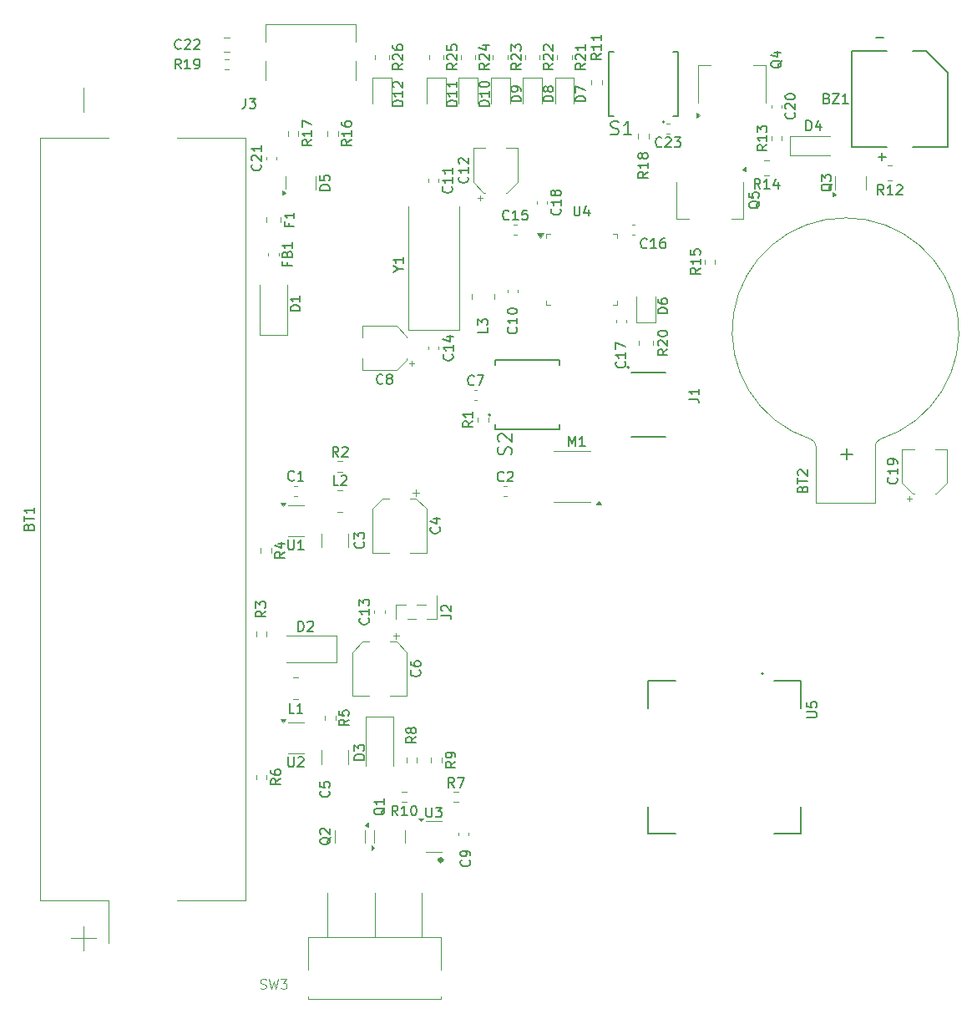
<source format=gbr>
%TF.GenerationSoftware,KiCad,Pcbnew,9.0.0*%
%TF.CreationDate,2025-04-07T01:58:01+02:00*%
%TF.ProjectId,Mastersthesis,4d617374-6572-4737-9468-657369732e6b,0*%
%TF.SameCoordinates,Original*%
%TF.FileFunction,Legend,Top*%
%TF.FilePolarity,Positive*%
%FSLAX46Y46*%
G04 Gerber Fmt 4.6, Leading zero omitted, Abs format (unit mm)*
G04 Created by KiCad (PCBNEW 9.0.0) date 2025-04-07 01:58:01*
%MOMM*%
%LPD*%
G01*
G04 APERTURE LIST*
%ADD10C,0.150000*%
%ADD11C,0.100000*%
%ADD12C,0.120000*%
%ADD13C,0.127000*%
%ADD14C,0.200000*%
%ADD15C,0.350000*%
G04 APERTURE END LIST*
D10*
X130354819Y-44142857D02*
X129878628Y-44476190D01*
X130354819Y-44714285D02*
X129354819Y-44714285D01*
X129354819Y-44714285D02*
X129354819Y-44333333D01*
X129354819Y-44333333D02*
X129402438Y-44238095D01*
X129402438Y-44238095D02*
X129450057Y-44190476D01*
X129450057Y-44190476D02*
X129545295Y-44142857D01*
X129545295Y-44142857D02*
X129688152Y-44142857D01*
X129688152Y-44142857D02*
X129783390Y-44190476D01*
X129783390Y-44190476D02*
X129831009Y-44238095D01*
X129831009Y-44238095D02*
X129878628Y-44333333D01*
X129878628Y-44333333D02*
X129878628Y-44714285D01*
X129450057Y-43761904D02*
X129402438Y-43714285D01*
X129402438Y-43714285D02*
X129354819Y-43619047D01*
X129354819Y-43619047D02*
X129354819Y-43380952D01*
X129354819Y-43380952D02*
X129402438Y-43285714D01*
X129402438Y-43285714D02*
X129450057Y-43238095D01*
X129450057Y-43238095D02*
X129545295Y-43190476D01*
X129545295Y-43190476D02*
X129640533Y-43190476D01*
X129640533Y-43190476D02*
X129783390Y-43238095D01*
X129783390Y-43238095D02*
X130354819Y-43809523D01*
X130354819Y-43809523D02*
X130354819Y-43190476D01*
X130354819Y-42238095D02*
X130354819Y-42809523D01*
X130354819Y-42523809D02*
X129354819Y-42523809D01*
X129354819Y-42523809D02*
X129497676Y-42619047D01*
X129497676Y-42619047D02*
X129592914Y-42714285D01*
X129592914Y-42714285D02*
X129640533Y-42809523D01*
X132933333Y-51323200D02*
X133133333Y-51389866D01*
X133133333Y-51389866D02*
X133466667Y-51389866D01*
X133466667Y-51389866D02*
X133600000Y-51323200D01*
X133600000Y-51323200D02*
X133666667Y-51256533D01*
X133666667Y-51256533D02*
X133733333Y-51123200D01*
X133733333Y-51123200D02*
X133733333Y-50989866D01*
X133733333Y-50989866D02*
X133666667Y-50856533D01*
X133666667Y-50856533D02*
X133600000Y-50789866D01*
X133600000Y-50789866D02*
X133466667Y-50723200D01*
X133466667Y-50723200D02*
X133200000Y-50656533D01*
X133200000Y-50656533D02*
X133066667Y-50589866D01*
X133066667Y-50589866D02*
X133000000Y-50523200D01*
X133000000Y-50523200D02*
X132933333Y-50389866D01*
X132933333Y-50389866D02*
X132933333Y-50256533D01*
X132933333Y-50256533D02*
X133000000Y-50123200D01*
X133000000Y-50123200D02*
X133066667Y-50056533D01*
X133066667Y-50056533D02*
X133200000Y-49989866D01*
X133200000Y-49989866D02*
X133533333Y-49989866D01*
X133533333Y-49989866D02*
X133733333Y-50056533D01*
X135066666Y-51389866D02*
X134266666Y-51389866D01*
X134666666Y-51389866D02*
X134666666Y-49989866D01*
X134666666Y-49989866D02*
X134533333Y-50189866D01*
X134533333Y-50189866D02*
X134400000Y-50323200D01*
X134400000Y-50323200D02*
X134266666Y-50389866D01*
X110050057Y-119595238D02*
X110002438Y-119690476D01*
X110002438Y-119690476D02*
X109907200Y-119785714D01*
X109907200Y-119785714D02*
X109764342Y-119928571D01*
X109764342Y-119928571D02*
X109716723Y-120023809D01*
X109716723Y-120023809D02*
X109716723Y-120119047D01*
X109954819Y-120071428D02*
X109907200Y-120166666D01*
X109907200Y-120166666D02*
X109811961Y-120261904D01*
X109811961Y-120261904D02*
X109621485Y-120309523D01*
X109621485Y-120309523D02*
X109288152Y-120309523D01*
X109288152Y-120309523D02*
X109097676Y-120261904D01*
X109097676Y-120261904D02*
X109002438Y-120166666D01*
X109002438Y-120166666D02*
X108954819Y-120071428D01*
X108954819Y-120071428D02*
X108954819Y-119880952D01*
X108954819Y-119880952D02*
X109002438Y-119785714D01*
X109002438Y-119785714D02*
X109097676Y-119690476D01*
X109097676Y-119690476D02*
X109288152Y-119642857D01*
X109288152Y-119642857D02*
X109621485Y-119642857D01*
X109621485Y-119642857D02*
X109811961Y-119690476D01*
X109811961Y-119690476D02*
X109907200Y-119785714D01*
X109907200Y-119785714D02*
X109954819Y-119880952D01*
X109954819Y-119880952D02*
X109954819Y-120071428D01*
X109954819Y-118690476D02*
X109954819Y-119261904D01*
X109954819Y-118976190D02*
X108954819Y-118976190D01*
X108954819Y-118976190D02*
X109097676Y-119071428D01*
X109097676Y-119071428D02*
X109192914Y-119166666D01*
X109192914Y-119166666D02*
X109240533Y-119261904D01*
X138107142Y-52539580D02*
X138059523Y-52587200D01*
X138059523Y-52587200D02*
X137916666Y-52634819D01*
X137916666Y-52634819D02*
X137821428Y-52634819D01*
X137821428Y-52634819D02*
X137678571Y-52587200D01*
X137678571Y-52587200D02*
X137583333Y-52491961D01*
X137583333Y-52491961D02*
X137535714Y-52396723D01*
X137535714Y-52396723D02*
X137488095Y-52206247D01*
X137488095Y-52206247D02*
X137488095Y-52063390D01*
X137488095Y-52063390D02*
X137535714Y-51872914D01*
X137535714Y-51872914D02*
X137583333Y-51777676D01*
X137583333Y-51777676D02*
X137678571Y-51682438D01*
X137678571Y-51682438D02*
X137821428Y-51634819D01*
X137821428Y-51634819D02*
X137916666Y-51634819D01*
X137916666Y-51634819D02*
X138059523Y-51682438D01*
X138059523Y-51682438D02*
X138107142Y-51730057D01*
X138488095Y-51730057D02*
X138535714Y-51682438D01*
X138535714Y-51682438D02*
X138630952Y-51634819D01*
X138630952Y-51634819D02*
X138869047Y-51634819D01*
X138869047Y-51634819D02*
X138964285Y-51682438D01*
X138964285Y-51682438D02*
X139011904Y-51730057D01*
X139011904Y-51730057D02*
X139059523Y-51825295D01*
X139059523Y-51825295D02*
X139059523Y-51920533D01*
X139059523Y-51920533D02*
X139011904Y-52063390D01*
X139011904Y-52063390D02*
X138440476Y-52634819D01*
X138440476Y-52634819D02*
X139059523Y-52634819D01*
X139392857Y-51634819D02*
X140011904Y-51634819D01*
X140011904Y-51634819D02*
X139678571Y-52015771D01*
X139678571Y-52015771D02*
X139821428Y-52015771D01*
X139821428Y-52015771D02*
X139916666Y-52063390D01*
X139916666Y-52063390D02*
X139964285Y-52111009D01*
X139964285Y-52111009D02*
X140011904Y-52206247D01*
X140011904Y-52206247D02*
X140011904Y-52444342D01*
X140011904Y-52444342D02*
X139964285Y-52539580D01*
X139964285Y-52539580D02*
X139916666Y-52587200D01*
X139916666Y-52587200D02*
X139821428Y-52634819D01*
X139821428Y-52634819D02*
X139535714Y-52634819D01*
X139535714Y-52634819D02*
X139440476Y-52587200D01*
X139440476Y-52587200D02*
X139392857Y-52539580D01*
X111854819Y-44142857D02*
X111378628Y-44476190D01*
X111854819Y-44714285D02*
X110854819Y-44714285D01*
X110854819Y-44714285D02*
X110854819Y-44333333D01*
X110854819Y-44333333D02*
X110902438Y-44238095D01*
X110902438Y-44238095D02*
X110950057Y-44190476D01*
X110950057Y-44190476D02*
X111045295Y-44142857D01*
X111045295Y-44142857D02*
X111188152Y-44142857D01*
X111188152Y-44142857D02*
X111283390Y-44190476D01*
X111283390Y-44190476D02*
X111331009Y-44238095D01*
X111331009Y-44238095D02*
X111378628Y-44333333D01*
X111378628Y-44333333D02*
X111378628Y-44714285D01*
X110950057Y-43761904D02*
X110902438Y-43714285D01*
X110902438Y-43714285D02*
X110854819Y-43619047D01*
X110854819Y-43619047D02*
X110854819Y-43380952D01*
X110854819Y-43380952D02*
X110902438Y-43285714D01*
X110902438Y-43285714D02*
X110950057Y-43238095D01*
X110950057Y-43238095D02*
X111045295Y-43190476D01*
X111045295Y-43190476D02*
X111140533Y-43190476D01*
X111140533Y-43190476D02*
X111283390Y-43238095D01*
X111283390Y-43238095D02*
X111854819Y-43809523D01*
X111854819Y-43809523D02*
X111854819Y-43190476D01*
X110854819Y-42333333D02*
X110854819Y-42523809D01*
X110854819Y-42523809D02*
X110902438Y-42619047D01*
X110902438Y-42619047D02*
X110950057Y-42666666D01*
X110950057Y-42666666D02*
X111092914Y-42761904D01*
X111092914Y-42761904D02*
X111283390Y-42809523D01*
X111283390Y-42809523D02*
X111664342Y-42809523D01*
X111664342Y-42809523D02*
X111759580Y-42761904D01*
X111759580Y-42761904D02*
X111807200Y-42714285D01*
X111807200Y-42714285D02*
X111854819Y-42619047D01*
X111854819Y-42619047D02*
X111854819Y-42428571D01*
X111854819Y-42428571D02*
X111807200Y-42333333D01*
X111807200Y-42333333D02*
X111759580Y-42285714D01*
X111759580Y-42285714D02*
X111664342Y-42238095D01*
X111664342Y-42238095D02*
X111426247Y-42238095D01*
X111426247Y-42238095D02*
X111331009Y-42285714D01*
X111331009Y-42285714D02*
X111283390Y-42333333D01*
X111283390Y-42333333D02*
X111235771Y-42428571D01*
X111235771Y-42428571D02*
X111235771Y-42619047D01*
X111235771Y-42619047D02*
X111283390Y-42714285D01*
X111283390Y-42714285D02*
X111331009Y-42761904D01*
X111331009Y-42761904D02*
X111426247Y-42809523D01*
X161909580Y-86142857D02*
X161957200Y-86190476D01*
X161957200Y-86190476D02*
X162004819Y-86333333D01*
X162004819Y-86333333D02*
X162004819Y-86428571D01*
X162004819Y-86428571D02*
X161957200Y-86571428D01*
X161957200Y-86571428D02*
X161861961Y-86666666D01*
X161861961Y-86666666D02*
X161766723Y-86714285D01*
X161766723Y-86714285D02*
X161576247Y-86761904D01*
X161576247Y-86761904D02*
X161433390Y-86761904D01*
X161433390Y-86761904D02*
X161242914Y-86714285D01*
X161242914Y-86714285D02*
X161147676Y-86666666D01*
X161147676Y-86666666D02*
X161052438Y-86571428D01*
X161052438Y-86571428D02*
X161004819Y-86428571D01*
X161004819Y-86428571D02*
X161004819Y-86333333D01*
X161004819Y-86333333D02*
X161052438Y-86190476D01*
X161052438Y-86190476D02*
X161100057Y-86142857D01*
X162004819Y-85190476D02*
X162004819Y-85761904D01*
X162004819Y-85476190D02*
X161004819Y-85476190D01*
X161004819Y-85476190D02*
X161147676Y-85571428D01*
X161147676Y-85571428D02*
X161242914Y-85666666D01*
X161242914Y-85666666D02*
X161290533Y-85761904D01*
X162004819Y-84714285D02*
X162004819Y-84523809D01*
X162004819Y-84523809D02*
X161957200Y-84428571D01*
X161957200Y-84428571D02*
X161909580Y-84380952D01*
X161909580Y-84380952D02*
X161766723Y-84285714D01*
X161766723Y-84285714D02*
X161576247Y-84238095D01*
X161576247Y-84238095D02*
X161195295Y-84238095D01*
X161195295Y-84238095D02*
X161100057Y-84285714D01*
X161100057Y-84285714D02*
X161052438Y-84333333D01*
X161052438Y-84333333D02*
X161004819Y-84428571D01*
X161004819Y-84428571D02*
X161004819Y-84619047D01*
X161004819Y-84619047D02*
X161052438Y-84714285D01*
X161052438Y-84714285D02*
X161100057Y-84761904D01*
X161100057Y-84761904D02*
X161195295Y-84809523D01*
X161195295Y-84809523D02*
X161433390Y-84809523D01*
X161433390Y-84809523D02*
X161528628Y-84761904D01*
X161528628Y-84761904D02*
X161576247Y-84714285D01*
X161576247Y-84714285D02*
X161623866Y-84619047D01*
X161623866Y-84619047D02*
X161623866Y-84428571D01*
X161623866Y-84428571D02*
X161576247Y-84333333D01*
X161576247Y-84333333D02*
X161528628Y-84285714D01*
X161528628Y-84285714D02*
X161433390Y-84238095D01*
X105333333Y-86904819D02*
X104857143Y-86904819D01*
X104857143Y-86904819D02*
X104857143Y-85904819D01*
X105619048Y-86000057D02*
X105666667Y-85952438D01*
X105666667Y-85952438D02*
X105761905Y-85904819D01*
X105761905Y-85904819D02*
X106000000Y-85904819D01*
X106000000Y-85904819D02*
X106095238Y-85952438D01*
X106095238Y-85952438D02*
X106142857Y-86000057D01*
X106142857Y-86000057D02*
X106190476Y-86095295D01*
X106190476Y-86095295D02*
X106190476Y-86190533D01*
X106190476Y-86190533D02*
X106142857Y-86333390D01*
X106142857Y-86333390D02*
X105571429Y-86904819D01*
X105571429Y-86904819D02*
X106190476Y-86904819D01*
X115764819Y-100083333D02*
X116479104Y-100083333D01*
X116479104Y-100083333D02*
X116621961Y-100130952D01*
X116621961Y-100130952D02*
X116717200Y-100226190D01*
X116717200Y-100226190D02*
X116764819Y-100369047D01*
X116764819Y-100369047D02*
X116764819Y-100464285D01*
X115860057Y-99654761D02*
X115812438Y-99607142D01*
X115812438Y-99607142D02*
X115764819Y-99511904D01*
X115764819Y-99511904D02*
X115764819Y-99273809D01*
X115764819Y-99273809D02*
X115812438Y-99178571D01*
X115812438Y-99178571D02*
X115860057Y-99130952D01*
X115860057Y-99130952D02*
X115955295Y-99083333D01*
X115955295Y-99083333D02*
X116050533Y-99083333D01*
X116050533Y-99083333D02*
X116193390Y-99130952D01*
X116193390Y-99130952D02*
X116764819Y-99702380D01*
X116764819Y-99702380D02*
X116764819Y-99083333D01*
X118609580Y-124916666D02*
X118657200Y-124964285D01*
X118657200Y-124964285D02*
X118704819Y-125107142D01*
X118704819Y-125107142D02*
X118704819Y-125202380D01*
X118704819Y-125202380D02*
X118657200Y-125345237D01*
X118657200Y-125345237D02*
X118561961Y-125440475D01*
X118561961Y-125440475D02*
X118466723Y-125488094D01*
X118466723Y-125488094D02*
X118276247Y-125535713D01*
X118276247Y-125535713D02*
X118133390Y-125535713D01*
X118133390Y-125535713D02*
X117942914Y-125488094D01*
X117942914Y-125488094D02*
X117847676Y-125440475D01*
X117847676Y-125440475D02*
X117752438Y-125345237D01*
X117752438Y-125345237D02*
X117704819Y-125202380D01*
X117704819Y-125202380D02*
X117704819Y-125107142D01*
X117704819Y-125107142D02*
X117752438Y-124964285D01*
X117752438Y-124964285D02*
X117800057Y-124916666D01*
X118704819Y-124440475D02*
X118704819Y-124249999D01*
X118704819Y-124249999D02*
X118657200Y-124154761D01*
X118657200Y-124154761D02*
X118609580Y-124107142D01*
X118609580Y-124107142D02*
X118466723Y-124011904D01*
X118466723Y-124011904D02*
X118276247Y-123964285D01*
X118276247Y-123964285D02*
X117895295Y-123964285D01*
X117895295Y-123964285D02*
X117800057Y-124011904D01*
X117800057Y-124011904D02*
X117752438Y-124059523D01*
X117752438Y-124059523D02*
X117704819Y-124154761D01*
X117704819Y-124154761D02*
X117704819Y-124345237D01*
X117704819Y-124345237D02*
X117752438Y-124440475D01*
X117752438Y-124440475D02*
X117800057Y-124488094D01*
X117800057Y-124488094D02*
X117895295Y-124535713D01*
X117895295Y-124535713D02*
X118133390Y-124535713D01*
X118133390Y-124535713D02*
X118228628Y-124488094D01*
X118228628Y-124488094D02*
X118276247Y-124440475D01*
X118276247Y-124440475D02*
X118323866Y-124345237D01*
X118323866Y-124345237D02*
X118323866Y-124154761D01*
X118323866Y-124154761D02*
X118276247Y-124059523D01*
X118276247Y-124059523D02*
X118228628Y-124011904D01*
X118228628Y-124011904D02*
X118133390Y-123964285D01*
X138704819Y-69488094D02*
X137704819Y-69488094D01*
X137704819Y-69488094D02*
X137704819Y-69249999D01*
X137704819Y-69249999D02*
X137752438Y-69107142D01*
X137752438Y-69107142D02*
X137847676Y-69011904D01*
X137847676Y-69011904D02*
X137942914Y-68964285D01*
X137942914Y-68964285D02*
X138133390Y-68916666D01*
X138133390Y-68916666D02*
X138276247Y-68916666D01*
X138276247Y-68916666D02*
X138466723Y-68964285D01*
X138466723Y-68964285D02*
X138561961Y-69011904D01*
X138561961Y-69011904D02*
X138657200Y-69107142D01*
X138657200Y-69107142D02*
X138704819Y-69249999D01*
X138704819Y-69249999D02*
X138704819Y-69488094D01*
X137704819Y-68059523D02*
X137704819Y-68249999D01*
X137704819Y-68249999D02*
X137752438Y-68345237D01*
X137752438Y-68345237D02*
X137800057Y-68392856D01*
X137800057Y-68392856D02*
X137942914Y-68488094D01*
X137942914Y-68488094D02*
X138133390Y-68535713D01*
X138133390Y-68535713D02*
X138514342Y-68535713D01*
X138514342Y-68535713D02*
X138609580Y-68488094D01*
X138609580Y-68488094D02*
X138657200Y-68440475D01*
X138657200Y-68440475D02*
X138704819Y-68345237D01*
X138704819Y-68345237D02*
X138704819Y-68154761D01*
X138704819Y-68154761D02*
X138657200Y-68059523D01*
X138657200Y-68059523D02*
X138609580Y-68011904D01*
X138609580Y-68011904D02*
X138514342Y-67964285D01*
X138514342Y-67964285D02*
X138276247Y-67964285D01*
X138276247Y-67964285D02*
X138181009Y-68011904D01*
X138181009Y-68011904D02*
X138133390Y-68059523D01*
X138133390Y-68059523D02*
X138085771Y-68154761D01*
X138085771Y-68154761D02*
X138085771Y-68345237D01*
X138085771Y-68345237D02*
X138133390Y-68440475D01*
X138133390Y-68440475D02*
X138181009Y-68488094D01*
X138181009Y-68488094D02*
X138276247Y-68535713D01*
X111357142Y-120384819D02*
X111023809Y-119908628D01*
X110785714Y-120384819D02*
X110785714Y-119384819D01*
X110785714Y-119384819D02*
X111166666Y-119384819D01*
X111166666Y-119384819D02*
X111261904Y-119432438D01*
X111261904Y-119432438D02*
X111309523Y-119480057D01*
X111309523Y-119480057D02*
X111357142Y-119575295D01*
X111357142Y-119575295D02*
X111357142Y-119718152D01*
X111357142Y-119718152D02*
X111309523Y-119813390D01*
X111309523Y-119813390D02*
X111261904Y-119861009D01*
X111261904Y-119861009D02*
X111166666Y-119908628D01*
X111166666Y-119908628D02*
X110785714Y-119908628D01*
X112309523Y-120384819D02*
X111738095Y-120384819D01*
X112023809Y-120384819D02*
X112023809Y-119384819D01*
X112023809Y-119384819D02*
X111928571Y-119527676D01*
X111928571Y-119527676D02*
X111833333Y-119622914D01*
X111833333Y-119622914D02*
X111738095Y-119670533D01*
X112928571Y-119384819D02*
X113023809Y-119384819D01*
X113023809Y-119384819D02*
X113119047Y-119432438D01*
X113119047Y-119432438D02*
X113166666Y-119480057D01*
X113166666Y-119480057D02*
X113214285Y-119575295D01*
X113214285Y-119575295D02*
X113261904Y-119765771D01*
X113261904Y-119765771D02*
X113261904Y-120003866D01*
X113261904Y-120003866D02*
X113214285Y-120194342D01*
X113214285Y-120194342D02*
X113166666Y-120289580D01*
X113166666Y-120289580D02*
X113119047Y-120337200D01*
X113119047Y-120337200D02*
X113023809Y-120384819D01*
X113023809Y-120384819D02*
X112928571Y-120384819D01*
X112928571Y-120384819D02*
X112833333Y-120337200D01*
X112833333Y-120337200D02*
X112785714Y-120289580D01*
X112785714Y-120289580D02*
X112738095Y-120194342D01*
X112738095Y-120194342D02*
X112690476Y-120003866D01*
X112690476Y-120003866D02*
X112690476Y-119765771D01*
X112690476Y-119765771D02*
X112738095Y-119575295D01*
X112738095Y-119575295D02*
X112785714Y-119480057D01*
X112785714Y-119480057D02*
X112833333Y-119432438D01*
X112833333Y-119432438D02*
X112928571Y-119384819D01*
X136704819Y-55142857D02*
X136228628Y-55476190D01*
X136704819Y-55714285D02*
X135704819Y-55714285D01*
X135704819Y-55714285D02*
X135704819Y-55333333D01*
X135704819Y-55333333D02*
X135752438Y-55238095D01*
X135752438Y-55238095D02*
X135800057Y-55190476D01*
X135800057Y-55190476D02*
X135895295Y-55142857D01*
X135895295Y-55142857D02*
X136038152Y-55142857D01*
X136038152Y-55142857D02*
X136133390Y-55190476D01*
X136133390Y-55190476D02*
X136181009Y-55238095D01*
X136181009Y-55238095D02*
X136228628Y-55333333D01*
X136228628Y-55333333D02*
X136228628Y-55714285D01*
X136704819Y-54190476D02*
X136704819Y-54761904D01*
X136704819Y-54476190D02*
X135704819Y-54476190D01*
X135704819Y-54476190D02*
X135847676Y-54571428D01*
X135847676Y-54571428D02*
X135942914Y-54666666D01*
X135942914Y-54666666D02*
X135990533Y-54761904D01*
X136133390Y-53619047D02*
X136085771Y-53714285D01*
X136085771Y-53714285D02*
X136038152Y-53761904D01*
X136038152Y-53761904D02*
X135942914Y-53809523D01*
X135942914Y-53809523D02*
X135895295Y-53809523D01*
X135895295Y-53809523D02*
X135800057Y-53761904D01*
X135800057Y-53761904D02*
X135752438Y-53714285D01*
X135752438Y-53714285D02*
X135704819Y-53619047D01*
X135704819Y-53619047D02*
X135704819Y-53428571D01*
X135704819Y-53428571D02*
X135752438Y-53333333D01*
X135752438Y-53333333D02*
X135800057Y-53285714D01*
X135800057Y-53285714D02*
X135895295Y-53238095D01*
X135895295Y-53238095D02*
X135942914Y-53238095D01*
X135942914Y-53238095D02*
X136038152Y-53285714D01*
X136038152Y-53285714D02*
X136085771Y-53333333D01*
X136085771Y-53333333D02*
X136133390Y-53428571D01*
X136133390Y-53428571D02*
X136133390Y-53619047D01*
X136133390Y-53619047D02*
X136181009Y-53714285D01*
X136181009Y-53714285D02*
X136228628Y-53761904D01*
X136228628Y-53761904D02*
X136323866Y-53809523D01*
X136323866Y-53809523D02*
X136514342Y-53809523D01*
X136514342Y-53809523D02*
X136609580Y-53761904D01*
X136609580Y-53761904D02*
X136657200Y-53714285D01*
X136657200Y-53714285D02*
X136704819Y-53619047D01*
X136704819Y-53619047D02*
X136704819Y-53428571D01*
X136704819Y-53428571D02*
X136657200Y-53333333D01*
X136657200Y-53333333D02*
X136609580Y-53285714D01*
X136609580Y-53285714D02*
X136514342Y-53238095D01*
X136514342Y-53238095D02*
X136323866Y-53238095D01*
X136323866Y-53238095D02*
X136228628Y-53285714D01*
X136228628Y-53285714D02*
X136181009Y-53333333D01*
X136181009Y-53333333D02*
X136133390Y-53428571D01*
X148774819Y-52392857D02*
X148298628Y-52726190D01*
X148774819Y-52964285D02*
X147774819Y-52964285D01*
X147774819Y-52964285D02*
X147774819Y-52583333D01*
X147774819Y-52583333D02*
X147822438Y-52488095D01*
X147822438Y-52488095D02*
X147870057Y-52440476D01*
X147870057Y-52440476D02*
X147965295Y-52392857D01*
X147965295Y-52392857D02*
X148108152Y-52392857D01*
X148108152Y-52392857D02*
X148203390Y-52440476D01*
X148203390Y-52440476D02*
X148251009Y-52488095D01*
X148251009Y-52488095D02*
X148298628Y-52583333D01*
X148298628Y-52583333D02*
X148298628Y-52964285D01*
X148774819Y-51440476D02*
X148774819Y-52011904D01*
X148774819Y-51726190D02*
X147774819Y-51726190D01*
X147774819Y-51726190D02*
X147917676Y-51821428D01*
X147917676Y-51821428D02*
X148012914Y-51916666D01*
X148012914Y-51916666D02*
X148060533Y-52011904D01*
X147774819Y-51107142D02*
X147774819Y-50488095D01*
X147774819Y-50488095D02*
X148155771Y-50821428D01*
X148155771Y-50821428D02*
X148155771Y-50678571D01*
X148155771Y-50678571D02*
X148203390Y-50583333D01*
X148203390Y-50583333D02*
X148251009Y-50535714D01*
X148251009Y-50535714D02*
X148346247Y-50488095D01*
X148346247Y-50488095D02*
X148584342Y-50488095D01*
X148584342Y-50488095D02*
X148679580Y-50535714D01*
X148679580Y-50535714D02*
X148727200Y-50583333D01*
X148727200Y-50583333D02*
X148774819Y-50678571D01*
X148774819Y-50678571D02*
X148774819Y-50964285D01*
X148774819Y-50964285D02*
X148727200Y-51059523D01*
X148727200Y-51059523D02*
X148679580Y-51107142D01*
X120604819Y-48464285D02*
X119604819Y-48464285D01*
X119604819Y-48464285D02*
X119604819Y-48226190D01*
X119604819Y-48226190D02*
X119652438Y-48083333D01*
X119652438Y-48083333D02*
X119747676Y-47988095D01*
X119747676Y-47988095D02*
X119842914Y-47940476D01*
X119842914Y-47940476D02*
X120033390Y-47892857D01*
X120033390Y-47892857D02*
X120176247Y-47892857D01*
X120176247Y-47892857D02*
X120366723Y-47940476D01*
X120366723Y-47940476D02*
X120461961Y-47988095D01*
X120461961Y-47988095D02*
X120557200Y-48083333D01*
X120557200Y-48083333D02*
X120604819Y-48226190D01*
X120604819Y-48226190D02*
X120604819Y-48464285D01*
X120604819Y-46940476D02*
X120604819Y-47511904D01*
X120604819Y-47226190D02*
X119604819Y-47226190D01*
X119604819Y-47226190D02*
X119747676Y-47321428D01*
X119747676Y-47321428D02*
X119842914Y-47416666D01*
X119842914Y-47416666D02*
X119890533Y-47511904D01*
X119604819Y-46321428D02*
X119604819Y-46226190D01*
X119604819Y-46226190D02*
X119652438Y-46130952D01*
X119652438Y-46130952D02*
X119700057Y-46083333D01*
X119700057Y-46083333D02*
X119795295Y-46035714D01*
X119795295Y-46035714D02*
X119985771Y-45988095D01*
X119985771Y-45988095D02*
X120223866Y-45988095D01*
X120223866Y-45988095D02*
X120414342Y-46035714D01*
X120414342Y-46035714D02*
X120509580Y-46083333D01*
X120509580Y-46083333D02*
X120557200Y-46130952D01*
X120557200Y-46130952D02*
X120604819Y-46226190D01*
X120604819Y-46226190D02*
X120604819Y-46321428D01*
X120604819Y-46321428D02*
X120557200Y-46416666D01*
X120557200Y-46416666D02*
X120509580Y-46464285D01*
X120509580Y-46464285D02*
X120414342Y-46511904D01*
X120414342Y-46511904D02*
X120223866Y-46559523D01*
X120223866Y-46559523D02*
X119985771Y-46559523D01*
X119985771Y-46559523D02*
X119795295Y-46511904D01*
X119795295Y-46511904D02*
X119700057Y-46464285D01*
X119700057Y-46464285D02*
X119652438Y-46416666D01*
X119652438Y-46416666D02*
X119604819Y-46321428D01*
X123854819Y-44142857D02*
X123378628Y-44476190D01*
X123854819Y-44714285D02*
X122854819Y-44714285D01*
X122854819Y-44714285D02*
X122854819Y-44333333D01*
X122854819Y-44333333D02*
X122902438Y-44238095D01*
X122902438Y-44238095D02*
X122950057Y-44190476D01*
X122950057Y-44190476D02*
X123045295Y-44142857D01*
X123045295Y-44142857D02*
X123188152Y-44142857D01*
X123188152Y-44142857D02*
X123283390Y-44190476D01*
X123283390Y-44190476D02*
X123331009Y-44238095D01*
X123331009Y-44238095D02*
X123378628Y-44333333D01*
X123378628Y-44333333D02*
X123378628Y-44714285D01*
X122950057Y-43761904D02*
X122902438Y-43714285D01*
X122902438Y-43714285D02*
X122854819Y-43619047D01*
X122854819Y-43619047D02*
X122854819Y-43380952D01*
X122854819Y-43380952D02*
X122902438Y-43285714D01*
X122902438Y-43285714D02*
X122950057Y-43238095D01*
X122950057Y-43238095D02*
X123045295Y-43190476D01*
X123045295Y-43190476D02*
X123140533Y-43190476D01*
X123140533Y-43190476D02*
X123283390Y-43238095D01*
X123283390Y-43238095D02*
X123854819Y-43809523D01*
X123854819Y-43809523D02*
X123854819Y-43190476D01*
X122854819Y-42857142D02*
X122854819Y-42238095D01*
X122854819Y-42238095D02*
X123235771Y-42571428D01*
X123235771Y-42571428D02*
X123235771Y-42428571D01*
X123235771Y-42428571D02*
X123283390Y-42333333D01*
X123283390Y-42333333D02*
X123331009Y-42285714D01*
X123331009Y-42285714D02*
X123426247Y-42238095D01*
X123426247Y-42238095D02*
X123664342Y-42238095D01*
X123664342Y-42238095D02*
X123759580Y-42285714D01*
X123759580Y-42285714D02*
X123807200Y-42333333D01*
X123807200Y-42333333D02*
X123854819Y-42428571D01*
X123854819Y-42428571D02*
X123854819Y-42714285D01*
X123854819Y-42714285D02*
X123807200Y-42809523D01*
X123807200Y-42809523D02*
X123759580Y-42857142D01*
X123854819Y-47988094D02*
X122854819Y-47988094D01*
X122854819Y-47988094D02*
X122854819Y-47749999D01*
X122854819Y-47749999D02*
X122902438Y-47607142D01*
X122902438Y-47607142D02*
X122997676Y-47511904D01*
X122997676Y-47511904D02*
X123092914Y-47464285D01*
X123092914Y-47464285D02*
X123283390Y-47416666D01*
X123283390Y-47416666D02*
X123426247Y-47416666D01*
X123426247Y-47416666D02*
X123616723Y-47464285D01*
X123616723Y-47464285D02*
X123711961Y-47511904D01*
X123711961Y-47511904D02*
X123807200Y-47607142D01*
X123807200Y-47607142D02*
X123854819Y-47749999D01*
X123854819Y-47749999D02*
X123854819Y-47988094D01*
X123854819Y-46940475D02*
X123854819Y-46749999D01*
X123854819Y-46749999D02*
X123807200Y-46654761D01*
X123807200Y-46654761D02*
X123759580Y-46607142D01*
X123759580Y-46607142D02*
X123616723Y-46511904D01*
X123616723Y-46511904D02*
X123426247Y-46464285D01*
X123426247Y-46464285D02*
X123045295Y-46464285D01*
X123045295Y-46464285D02*
X122950057Y-46511904D01*
X122950057Y-46511904D02*
X122902438Y-46559523D01*
X122902438Y-46559523D02*
X122854819Y-46654761D01*
X122854819Y-46654761D02*
X122854819Y-46845237D01*
X122854819Y-46845237D02*
X122902438Y-46940475D01*
X122902438Y-46940475D02*
X122950057Y-46988094D01*
X122950057Y-46988094D02*
X123045295Y-47035713D01*
X123045295Y-47035713D02*
X123283390Y-47035713D01*
X123283390Y-47035713D02*
X123378628Y-46988094D01*
X123378628Y-46988094D02*
X123426247Y-46940475D01*
X123426247Y-46940475D02*
X123473866Y-46845237D01*
X123473866Y-46845237D02*
X123473866Y-46654761D01*
X123473866Y-46654761D02*
X123426247Y-46559523D01*
X123426247Y-46559523D02*
X123378628Y-46511904D01*
X123378628Y-46511904D02*
X123283390Y-46464285D01*
X109833333Y-76559580D02*
X109785714Y-76607200D01*
X109785714Y-76607200D02*
X109642857Y-76654819D01*
X109642857Y-76654819D02*
X109547619Y-76654819D01*
X109547619Y-76654819D02*
X109404762Y-76607200D01*
X109404762Y-76607200D02*
X109309524Y-76511961D01*
X109309524Y-76511961D02*
X109261905Y-76416723D01*
X109261905Y-76416723D02*
X109214286Y-76226247D01*
X109214286Y-76226247D02*
X109214286Y-76083390D01*
X109214286Y-76083390D02*
X109261905Y-75892914D01*
X109261905Y-75892914D02*
X109309524Y-75797676D01*
X109309524Y-75797676D02*
X109404762Y-75702438D01*
X109404762Y-75702438D02*
X109547619Y-75654819D01*
X109547619Y-75654819D02*
X109642857Y-75654819D01*
X109642857Y-75654819D02*
X109785714Y-75702438D01*
X109785714Y-75702438D02*
X109833333Y-75750057D01*
X110404762Y-76083390D02*
X110309524Y-76035771D01*
X110309524Y-76035771D02*
X110261905Y-75988152D01*
X110261905Y-75988152D02*
X110214286Y-75892914D01*
X110214286Y-75892914D02*
X110214286Y-75845295D01*
X110214286Y-75845295D02*
X110261905Y-75750057D01*
X110261905Y-75750057D02*
X110309524Y-75702438D01*
X110309524Y-75702438D02*
X110404762Y-75654819D01*
X110404762Y-75654819D02*
X110595238Y-75654819D01*
X110595238Y-75654819D02*
X110690476Y-75702438D01*
X110690476Y-75702438D02*
X110738095Y-75750057D01*
X110738095Y-75750057D02*
X110785714Y-75845295D01*
X110785714Y-75845295D02*
X110785714Y-75892914D01*
X110785714Y-75892914D02*
X110738095Y-75988152D01*
X110738095Y-75988152D02*
X110690476Y-76035771D01*
X110690476Y-76035771D02*
X110595238Y-76083390D01*
X110595238Y-76083390D02*
X110404762Y-76083390D01*
X110404762Y-76083390D02*
X110309524Y-76131009D01*
X110309524Y-76131009D02*
X110261905Y-76178628D01*
X110261905Y-76178628D02*
X110214286Y-76273866D01*
X110214286Y-76273866D02*
X110214286Y-76464342D01*
X110214286Y-76464342D02*
X110261905Y-76559580D01*
X110261905Y-76559580D02*
X110309524Y-76607200D01*
X110309524Y-76607200D02*
X110404762Y-76654819D01*
X110404762Y-76654819D02*
X110595238Y-76654819D01*
X110595238Y-76654819D02*
X110690476Y-76607200D01*
X110690476Y-76607200D02*
X110738095Y-76559580D01*
X110738095Y-76559580D02*
X110785714Y-76464342D01*
X110785714Y-76464342D02*
X110785714Y-76273866D01*
X110785714Y-76273866D02*
X110738095Y-76178628D01*
X110738095Y-76178628D02*
X110690476Y-76131009D01*
X110690476Y-76131009D02*
X110595238Y-76083390D01*
X104359580Y-117916666D02*
X104407200Y-117964285D01*
X104407200Y-117964285D02*
X104454819Y-118107142D01*
X104454819Y-118107142D02*
X104454819Y-118202380D01*
X104454819Y-118202380D02*
X104407200Y-118345237D01*
X104407200Y-118345237D02*
X104311961Y-118440475D01*
X104311961Y-118440475D02*
X104216723Y-118488094D01*
X104216723Y-118488094D02*
X104026247Y-118535713D01*
X104026247Y-118535713D02*
X103883390Y-118535713D01*
X103883390Y-118535713D02*
X103692914Y-118488094D01*
X103692914Y-118488094D02*
X103597676Y-118440475D01*
X103597676Y-118440475D02*
X103502438Y-118345237D01*
X103502438Y-118345237D02*
X103454819Y-118202380D01*
X103454819Y-118202380D02*
X103454819Y-118107142D01*
X103454819Y-118107142D02*
X103502438Y-117964285D01*
X103502438Y-117964285D02*
X103550057Y-117916666D01*
X103454819Y-117011904D02*
X103454819Y-117488094D01*
X103454819Y-117488094D02*
X103931009Y-117535713D01*
X103931009Y-117535713D02*
X103883390Y-117488094D01*
X103883390Y-117488094D02*
X103835771Y-117392856D01*
X103835771Y-117392856D02*
X103835771Y-117154761D01*
X103835771Y-117154761D02*
X103883390Y-117059523D01*
X103883390Y-117059523D02*
X103931009Y-117011904D01*
X103931009Y-117011904D02*
X104026247Y-116964285D01*
X104026247Y-116964285D02*
X104264342Y-116964285D01*
X104264342Y-116964285D02*
X104359580Y-117011904D01*
X104359580Y-117011904D02*
X104407200Y-117059523D01*
X104407200Y-117059523D02*
X104454819Y-117154761D01*
X104454819Y-117154761D02*
X104454819Y-117392856D01*
X104454819Y-117392856D02*
X104407200Y-117488094D01*
X104407200Y-117488094D02*
X104359580Y-117535713D01*
X136607142Y-62789580D02*
X136559523Y-62837200D01*
X136559523Y-62837200D02*
X136416666Y-62884819D01*
X136416666Y-62884819D02*
X136321428Y-62884819D01*
X136321428Y-62884819D02*
X136178571Y-62837200D01*
X136178571Y-62837200D02*
X136083333Y-62741961D01*
X136083333Y-62741961D02*
X136035714Y-62646723D01*
X136035714Y-62646723D02*
X135988095Y-62456247D01*
X135988095Y-62456247D02*
X135988095Y-62313390D01*
X135988095Y-62313390D02*
X136035714Y-62122914D01*
X136035714Y-62122914D02*
X136083333Y-62027676D01*
X136083333Y-62027676D02*
X136178571Y-61932438D01*
X136178571Y-61932438D02*
X136321428Y-61884819D01*
X136321428Y-61884819D02*
X136416666Y-61884819D01*
X136416666Y-61884819D02*
X136559523Y-61932438D01*
X136559523Y-61932438D02*
X136607142Y-61980057D01*
X137559523Y-62884819D02*
X136988095Y-62884819D01*
X137273809Y-62884819D02*
X137273809Y-61884819D01*
X137273809Y-61884819D02*
X137178571Y-62027676D01*
X137178571Y-62027676D02*
X137083333Y-62122914D01*
X137083333Y-62122914D02*
X136988095Y-62170533D01*
X138416666Y-61884819D02*
X138226190Y-61884819D01*
X138226190Y-61884819D02*
X138130952Y-61932438D01*
X138130952Y-61932438D02*
X138083333Y-61980057D01*
X138083333Y-61980057D02*
X137988095Y-62122914D01*
X137988095Y-62122914D02*
X137940476Y-62313390D01*
X137940476Y-62313390D02*
X137940476Y-62694342D01*
X137940476Y-62694342D02*
X137988095Y-62789580D01*
X137988095Y-62789580D02*
X138035714Y-62837200D01*
X138035714Y-62837200D02*
X138130952Y-62884819D01*
X138130952Y-62884819D02*
X138321428Y-62884819D01*
X138321428Y-62884819D02*
X138416666Y-62837200D01*
X138416666Y-62837200D02*
X138464285Y-62789580D01*
X138464285Y-62789580D02*
X138511904Y-62694342D01*
X138511904Y-62694342D02*
X138511904Y-62456247D01*
X138511904Y-62456247D02*
X138464285Y-62361009D01*
X138464285Y-62361009D02*
X138416666Y-62313390D01*
X138416666Y-62313390D02*
X138321428Y-62265771D01*
X138321428Y-62265771D02*
X138130952Y-62265771D01*
X138130952Y-62265771D02*
X138035714Y-62313390D01*
X138035714Y-62313390D02*
X137988095Y-62361009D01*
X137988095Y-62361009D02*
X137940476Y-62456247D01*
X148050057Y-58095238D02*
X148002438Y-58190476D01*
X148002438Y-58190476D02*
X147907200Y-58285714D01*
X147907200Y-58285714D02*
X147764342Y-58428571D01*
X147764342Y-58428571D02*
X147716723Y-58523809D01*
X147716723Y-58523809D02*
X147716723Y-58619047D01*
X147954819Y-58571428D02*
X147907200Y-58666666D01*
X147907200Y-58666666D02*
X147811961Y-58761904D01*
X147811961Y-58761904D02*
X147621485Y-58809523D01*
X147621485Y-58809523D02*
X147288152Y-58809523D01*
X147288152Y-58809523D02*
X147097676Y-58761904D01*
X147097676Y-58761904D02*
X147002438Y-58666666D01*
X147002438Y-58666666D02*
X146954819Y-58571428D01*
X146954819Y-58571428D02*
X146954819Y-58380952D01*
X146954819Y-58380952D02*
X147002438Y-58285714D01*
X147002438Y-58285714D02*
X147097676Y-58190476D01*
X147097676Y-58190476D02*
X147288152Y-58142857D01*
X147288152Y-58142857D02*
X147621485Y-58142857D01*
X147621485Y-58142857D02*
X147811961Y-58190476D01*
X147811961Y-58190476D02*
X147907200Y-58285714D01*
X147907200Y-58285714D02*
X147954819Y-58380952D01*
X147954819Y-58380952D02*
X147954819Y-58571428D01*
X146954819Y-57238095D02*
X146954819Y-57714285D01*
X146954819Y-57714285D02*
X147431009Y-57761904D01*
X147431009Y-57761904D02*
X147383390Y-57714285D01*
X147383390Y-57714285D02*
X147335771Y-57619047D01*
X147335771Y-57619047D02*
X147335771Y-57380952D01*
X147335771Y-57380952D02*
X147383390Y-57285714D01*
X147383390Y-57285714D02*
X147431009Y-57238095D01*
X147431009Y-57238095D02*
X147526247Y-57190476D01*
X147526247Y-57190476D02*
X147764342Y-57190476D01*
X147764342Y-57190476D02*
X147859580Y-57238095D01*
X147859580Y-57238095D02*
X147907200Y-57285714D01*
X147907200Y-57285714D02*
X147954819Y-57380952D01*
X147954819Y-57380952D02*
X147954819Y-57619047D01*
X147954819Y-57619047D02*
X147907200Y-57714285D01*
X147907200Y-57714285D02*
X147859580Y-57761904D01*
X122083333Y-86429580D02*
X122035714Y-86477200D01*
X122035714Y-86477200D02*
X121892857Y-86524819D01*
X121892857Y-86524819D02*
X121797619Y-86524819D01*
X121797619Y-86524819D02*
X121654762Y-86477200D01*
X121654762Y-86477200D02*
X121559524Y-86381961D01*
X121559524Y-86381961D02*
X121511905Y-86286723D01*
X121511905Y-86286723D02*
X121464286Y-86096247D01*
X121464286Y-86096247D02*
X121464286Y-85953390D01*
X121464286Y-85953390D02*
X121511905Y-85762914D01*
X121511905Y-85762914D02*
X121559524Y-85667676D01*
X121559524Y-85667676D02*
X121654762Y-85572438D01*
X121654762Y-85572438D02*
X121797619Y-85524819D01*
X121797619Y-85524819D02*
X121892857Y-85524819D01*
X121892857Y-85524819D02*
X122035714Y-85572438D01*
X122035714Y-85572438D02*
X122083333Y-85620057D01*
X122464286Y-85620057D02*
X122511905Y-85572438D01*
X122511905Y-85572438D02*
X122607143Y-85524819D01*
X122607143Y-85524819D02*
X122845238Y-85524819D01*
X122845238Y-85524819D02*
X122940476Y-85572438D01*
X122940476Y-85572438D02*
X122988095Y-85620057D01*
X122988095Y-85620057D02*
X123035714Y-85715295D01*
X123035714Y-85715295D02*
X123035714Y-85810533D01*
X123035714Y-85810533D02*
X122988095Y-85953390D01*
X122988095Y-85953390D02*
X122416667Y-86524819D01*
X122416667Y-86524819D02*
X123035714Y-86524819D01*
X148107142Y-56854819D02*
X147773809Y-56378628D01*
X147535714Y-56854819D02*
X147535714Y-55854819D01*
X147535714Y-55854819D02*
X147916666Y-55854819D01*
X147916666Y-55854819D02*
X148011904Y-55902438D01*
X148011904Y-55902438D02*
X148059523Y-55950057D01*
X148059523Y-55950057D02*
X148107142Y-56045295D01*
X148107142Y-56045295D02*
X148107142Y-56188152D01*
X148107142Y-56188152D02*
X148059523Y-56283390D01*
X148059523Y-56283390D02*
X148011904Y-56331009D01*
X148011904Y-56331009D02*
X147916666Y-56378628D01*
X147916666Y-56378628D02*
X147535714Y-56378628D01*
X149059523Y-56854819D02*
X148488095Y-56854819D01*
X148773809Y-56854819D02*
X148773809Y-55854819D01*
X148773809Y-55854819D02*
X148678571Y-55997676D01*
X148678571Y-55997676D02*
X148583333Y-56092914D01*
X148583333Y-56092914D02*
X148488095Y-56140533D01*
X149916666Y-56188152D02*
X149916666Y-56854819D01*
X149678571Y-55807200D02*
X149440476Y-56521485D01*
X149440476Y-56521485D02*
X150059523Y-56521485D01*
X120604819Y-44142857D02*
X120128628Y-44476190D01*
X120604819Y-44714285D02*
X119604819Y-44714285D01*
X119604819Y-44714285D02*
X119604819Y-44333333D01*
X119604819Y-44333333D02*
X119652438Y-44238095D01*
X119652438Y-44238095D02*
X119700057Y-44190476D01*
X119700057Y-44190476D02*
X119795295Y-44142857D01*
X119795295Y-44142857D02*
X119938152Y-44142857D01*
X119938152Y-44142857D02*
X120033390Y-44190476D01*
X120033390Y-44190476D02*
X120081009Y-44238095D01*
X120081009Y-44238095D02*
X120128628Y-44333333D01*
X120128628Y-44333333D02*
X120128628Y-44714285D01*
X119700057Y-43761904D02*
X119652438Y-43714285D01*
X119652438Y-43714285D02*
X119604819Y-43619047D01*
X119604819Y-43619047D02*
X119604819Y-43380952D01*
X119604819Y-43380952D02*
X119652438Y-43285714D01*
X119652438Y-43285714D02*
X119700057Y-43238095D01*
X119700057Y-43238095D02*
X119795295Y-43190476D01*
X119795295Y-43190476D02*
X119890533Y-43190476D01*
X119890533Y-43190476D02*
X120033390Y-43238095D01*
X120033390Y-43238095D02*
X120604819Y-43809523D01*
X120604819Y-43809523D02*
X120604819Y-43190476D01*
X119938152Y-42333333D02*
X120604819Y-42333333D01*
X119557200Y-42571428D02*
X120271485Y-42809523D01*
X120271485Y-42809523D02*
X120271485Y-42190476D01*
X117204819Y-114916666D02*
X116728628Y-115249999D01*
X117204819Y-115488094D02*
X116204819Y-115488094D01*
X116204819Y-115488094D02*
X116204819Y-115107142D01*
X116204819Y-115107142D02*
X116252438Y-115011904D01*
X116252438Y-115011904D02*
X116300057Y-114964285D01*
X116300057Y-114964285D02*
X116395295Y-114916666D01*
X116395295Y-114916666D02*
X116538152Y-114916666D01*
X116538152Y-114916666D02*
X116633390Y-114964285D01*
X116633390Y-114964285D02*
X116681009Y-115011904D01*
X116681009Y-115011904D02*
X116728628Y-115107142D01*
X116728628Y-115107142D02*
X116728628Y-115488094D01*
X117204819Y-114440475D02*
X117204819Y-114249999D01*
X117204819Y-114249999D02*
X117157200Y-114154761D01*
X117157200Y-114154761D02*
X117109580Y-114107142D01*
X117109580Y-114107142D02*
X116966723Y-114011904D01*
X116966723Y-114011904D02*
X116776247Y-113964285D01*
X116776247Y-113964285D02*
X116395295Y-113964285D01*
X116395295Y-113964285D02*
X116300057Y-114011904D01*
X116300057Y-114011904D02*
X116252438Y-114059523D01*
X116252438Y-114059523D02*
X116204819Y-114154761D01*
X116204819Y-114154761D02*
X116204819Y-114345237D01*
X116204819Y-114345237D02*
X116252438Y-114440475D01*
X116252438Y-114440475D02*
X116300057Y-114488094D01*
X116300057Y-114488094D02*
X116395295Y-114535713D01*
X116395295Y-114535713D02*
X116633390Y-114535713D01*
X116633390Y-114535713D02*
X116728628Y-114488094D01*
X116728628Y-114488094D02*
X116776247Y-114440475D01*
X116776247Y-114440475D02*
X116823866Y-114345237D01*
X116823866Y-114345237D02*
X116823866Y-114154761D01*
X116823866Y-114154761D02*
X116776247Y-114059523D01*
X116776247Y-114059523D02*
X116728628Y-114011904D01*
X116728628Y-114011904D02*
X116633390Y-113964285D01*
X113204819Y-112416666D02*
X112728628Y-112749999D01*
X113204819Y-112988094D02*
X112204819Y-112988094D01*
X112204819Y-112988094D02*
X112204819Y-112607142D01*
X112204819Y-112607142D02*
X112252438Y-112511904D01*
X112252438Y-112511904D02*
X112300057Y-112464285D01*
X112300057Y-112464285D02*
X112395295Y-112416666D01*
X112395295Y-112416666D02*
X112538152Y-112416666D01*
X112538152Y-112416666D02*
X112633390Y-112464285D01*
X112633390Y-112464285D02*
X112681009Y-112511904D01*
X112681009Y-112511904D02*
X112728628Y-112607142D01*
X112728628Y-112607142D02*
X112728628Y-112988094D01*
X112633390Y-111845237D02*
X112585771Y-111940475D01*
X112585771Y-111940475D02*
X112538152Y-111988094D01*
X112538152Y-111988094D02*
X112442914Y-112035713D01*
X112442914Y-112035713D02*
X112395295Y-112035713D01*
X112395295Y-112035713D02*
X112300057Y-111988094D01*
X112300057Y-111988094D02*
X112252438Y-111940475D01*
X112252438Y-111940475D02*
X112204819Y-111845237D01*
X112204819Y-111845237D02*
X112204819Y-111654761D01*
X112204819Y-111654761D02*
X112252438Y-111559523D01*
X112252438Y-111559523D02*
X112300057Y-111511904D01*
X112300057Y-111511904D02*
X112395295Y-111464285D01*
X112395295Y-111464285D02*
X112442914Y-111464285D01*
X112442914Y-111464285D02*
X112538152Y-111511904D01*
X112538152Y-111511904D02*
X112585771Y-111559523D01*
X112585771Y-111559523D02*
X112633390Y-111654761D01*
X112633390Y-111654761D02*
X112633390Y-111845237D01*
X112633390Y-111845237D02*
X112681009Y-111940475D01*
X112681009Y-111940475D02*
X112728628Y-111988094D01*
X112728628Y-111988094D02*
X112823866Y-112035713D01*
X112823866Y-112035713D02*
X113014342Y-112035713D01*
X113014342Y-112035713D02*
X113109580Y-111988094D01*
X113109580Y-111988094D02*
X113157200Y-111940475D01*
X113157200Y-111940475D02*
X113204819Y-111845237D01*
X113204819Y-111845237D02*
X113204819Y-111654761D01*
X113204819Y-111654761D02*
X113157200Y-111559523D01*
X113157200Y-111559523D02*
X113109580Y-111511904D01*
X113109580Y-111511904D02*
X113014342Y-111464285D01*
X113014342Y-111464285D02*
X112823866Y-111464285D01*
X112823866Y-111464285D02*
X112728628Y-111511904D01*
X112728628Y-111511904D02*
X112681009Y-111559523D01*
X112681009Y-111559523D02*
X112633390Y-111654761D01*
X111854819Y-48464285D02*
X110854819Y-48464285D01*
X110854819Y-48464285D02*
X110854819Y-48226190D01*
X110854819Y-48226190D02*
X110902438Y-48083333D01*
X110902438Y-48083333D02*
X110997676Y-47988095D01*
X110997676Y-47988095D02*
X111092914Y-47940476D01*
X111092914Y-47940476D02*
X111283390Y-47892857D01*
X111283390Y-47892857D02*
X111426247Y-47892857D01*
X111426247Y-47892857D02*
X111616723Y-47940476D01*
X111616723Y-47940476D02*
X111711961Y-47988095D01*
X111711961Y-47988095D02*
X111807200Y-48083333D01*
X111807200Y-48083333D02*
X111854819Y-48226190D01*
X111854819Y-48226190D02*
X111854819Y-48464285D01*
X111854819Y-46940476D02*
X111854819Y-47511904D01*
X111854819Y-47226190D02*
X110854819Y-47226190D01*
X110854819Y-47226190D02*
X110997676Y-47321428D01*
X110997676Y-47321428D02*
X111092914Y-47416666D01*
X111092914Y-47416666D02*
X111140533Y-47511904D01*
X110950057Y-46559523D02*
X110902438Y-46511904D01*
X110902438Y-46511904D02*
X110854819Y-46416666D01*
X110854819Y-46416666D02*
X110854819Y-46178571D01*
X110854819Y-46178571D02*
X110902438Y-46083333D01*
X110902438Y-46083333D02*
X110950057Y-46035714D01*
X110950057Y-46035714D02*
X111045295Y-45988095D01*
X111045295Y-45988095D02*
X111140533Y-45988095D01*
X111140533Y-45988095D02*
X111283390Y-46035714D01*
X111283390Y-46035714D02*
X111854819Y-46607142D01*
X111854819Y-46607142D02*
X111854819Y-45988095D01*
X106384819Y-110666666D02*
X105908628Y-110999999D01*
X106384819Y-111238094D02*
X105384819Y-111238094D01*
X105384819Y-111238094D02*
X105384819Y-110857142D01*
X105384819Y-110857142D02*
X105432438Y-110761904D01*
X105432438Y-110761904D02*
X105480057Y-110714285D01*
X105480057Y-110714285D02*
X105575295Y-110666666D01*
X105575295Y-110666666D02*
X105718152Y-110666666D01*
X105718152Y-110666666D02*
X105813390Y-110714285D01*
X105813390Y-110714285D02*
X105861009Y-110761904D01*
X105861009Y-110761904D02*
X105908628Y-110857142D01*
X105908628Y-110857142D02*
X105908628Y-111238094D01*
X105384819Y-109761904D02*
X105384819Y-110238094D01*
X105384819Y-110238094D02*
X105861009Y-110285713D01*
X105861009Y-110285713D02*
X105813390Y-110238094D01*
X105813390Y-110238094D02*
X105765771Y-110142856D01*
X105765771Y-110142856D02*
X105765771Y-109904761D01*
X105765771Y-109904761D02*
X105813390Y-109809523D01*
X105813390Y-109809523D02*
X105861009Y-109761904D01*
X105861009Y-109761904D02*
X105956247Y-109714285D01*
X105956247Y-109714285D02*
X106194342Y-109714285D01*
X106194342Y-109714285D02*
X106289580Y-109761904D01*
X106289580Y-109761904D02*
X106337200Y-109809523D01*
X106337200Y-109809523D02*
X106384819Y-109904761D01*
X106384819Y-109904761D02*
X106384819Y-110142856D01*
X106384819Y-110142856D02*
X106337200Y-110238094D01*
X106337200Y-110238094D02*
X106289580Y-110285713D01*
X95916666Y-47704819D02*
X95916666Y-48419104D01*
X95916666Y-48419104D02*
X95869047Y-48561961D01*
X95869047Y-48561961D02*
X95773809Y-48657200D01*
X95773809Y-48657200D02*
X95630952Y-48704819D01*
X95630952Y-48704819D02*
X95535714Y-48704819D01*
X96297619Y-47704819D02*
X96916666Y-47704819D01*
X96916666Y-47704819D02*
X96583333Y-48085771D01*
X96583333Y-48085771D02*
X96726190Y-48085771D01*
X96726190Y-48085771D02*
X96821428Y-48133390D01*
X96821428Y-48133390D02*
X96869047Y-48181009D01*
X96869047Y-48181009D02*
X96916666Y-48276247D01*
X96916666Y-48276247D02*
X96916666Y-48514342D01*
X96916666Y-48514342D02*
X96869047Y-48609580D01*
X96869047Y-48609580D02*
X96821428Y-48657200D01*
X96821428Y-48657200D02*
X96726190Y-48704819D01*
X96726190Y-48704819D02*
X96440476Y-48704819D01*
X96440476Y-48704819D02*
X96345238Y-48657200D01*
X96345238Y-48657200D02*
X96297619Y-48609580D01*
X155400057Y-56345238D02*
X155352438Y-56440476D01*
X155352438Y-56440476D02*
X155257200Y-56535714D01*
X155257200Y-56535714D02*
X155114342Y-56678571D01*
X155114342Y-56678571D02*
X155066723Y-56773809D01*
X155066723Y-56773809D02*
X155066723Y-56869047D01*
X155304819Y-56821428D02*
X155257200Y-56916666D01*
X155257200Y-56916666D02*
X155161961Y-57011904D01*
X155161961Y-57011904D02*
X154971485Y-57059523D01*
X154971485Y-57059523D02*
X154638152Y-57059523D01*
X154638152Y-57059523D02*
X154447676Y-57011904D01*
X154447676Y-57011904D02*
X154352438Y-56916666D01*
X154352438Y-56916666D02*
X154304819Y-56821428D01*
X154304819Y-56821428D02*
X154304819Y-56630952D01*
X154304819Y-56630952D02*
X154352438Y-56535714D01*
X154352438Y-56535714D02*
X154447676Y-56440476D01*
X154447676Y-56440476D02*
X154638152Y-56392857D01*
X154638152Y-56392857D02*
X154971485Y-56392857D01*
X154971485Y-56392857D02*
X155161961Y-56440476D01*
X155161961Y-56440476D02*
X155257200Y-56535714D01*
X155257200Y-56535714D02*
X155304819Y-56630952D01*
X155304819Y-56630952D02*
X155304819Y-56821428D01*
X154304819Y-56059523D02*
X154304819Y-55440476D01*
X154304819Y-55440476D02*
X154685771Y-55773809D01*
X154685771Y-55773809D02*
X154685771Y-55630952D01*
X154685771Y-55630952D02*
X154733390Y-55535714D01*
X154733390Y-55535714D02*
X154781009Y-55488095D01*
X154781009Y-55488095D02*
X154876247Y-55440476D01*
X154876247Y-55440476D02*
X155114342Y-55440476D01*
X155114342Y-55440476D02*
X155209580Y-55488095D01*
X155209580Y-55488095D02*
X155257200Y-55535714D01*
X155257200Y-55535714D02*
X155304819Y-55630952D01*
X155304819Y-55630952D02*
X155304819Y-55916666D01*
X155304819Y-55916666D02*
X155257200Y-56011904D01*
X155257200Y-56011904D02*
X155209580Y-56059523D01*
X97429580Y-54392857D02*
X97477200Y-54440476D01*
X97477200Y-54440476D02*
X97524819Y-54583333D01*
X97524819Y-54583333D02*
X97524819Y-54678571D01*
X97524819Y-54678571D02*
X97477200Y-54821428D01*
X97477200Y-54821428D02*
X97381961Y-54916666D01*
X97381961Y-54916666D02*
X97286723Y-54964285D01*
X97286723Y-54964285D02*
X97096247Y-55011904D01*
X97096247Y-55011904D02*
X96953390Y-55011904D01*
X96953390Y-55011904D02*
X96762914Y-54964285D01*
X96762914Y-54964285D02*
X96667676Y-54916666D01*
X96667676Y-54916666D02*
X96572438Y-54821428D01*
X96572438Y-54821428D02*
X96524819Y-54678571D01*
X96524819Y-54678571D02*
X96524819Y-54583333D01*
X96524819Y-54583333D02*
X96572438Y-54440476D01*
X96572438Y-54440476D02*
X96620057Y-54392857D01*
X96620057Y-54011904D02*
X96572438Y-53964285D01*
X96572438Y-53964285D02*
X96524819Y-53869047D01*
X96524819Y-53869047D02*
X96524819Y-53630952D01*
X96524819Y-53630952D02*
X96572438Y-53535714D01*
X96572438Y-53535714D02*
X96620057Y-53488095D01*
X96620057Y-53488095D02*
X96715295Y-53440476D01*
X96715295Y-53440476D02*
X96810533Y-53440476D01*
X96810533Y-53440476D02*
X96953390Y-53488095D01*
X96953390Y-53488095D02*
X97524819Y-54059523D01*
X97524819Y-54059523D02*
X97524819Y-53440476D01*
X97524819Y-52488095D02*
X97524819Y-53059523D01*
X97524819Y-52773809D02*
X96524819Y-52773809D01*
X96524819Y-52773809D02*
X96667676Y-52869047D01*
X96667676Y-52869047D02*
X96762914Y-52964285D01*
X96762914Y-52964285D02*
X96810533Y-53059523D01*
X100833333Y-86359580D02*
X100785714Y-86407200D01*
X100785714Y-86407200D02*
X100642857Y-86454819D01*
X100642857Y-86454819D02*
X100547619Y-86454819D01*
X100547619Y-86454819D02*
X100404762Y-86407200D01*
X100404762Y-86407200D02*
X100309524Y-86311961D01*
X100309524Y-86311961D02*
X100261905Y-86216723D01*
X100261905Y-86216723D02*
X100214286Y-86026247D01*
X100214286Y-86026247D02*
X100214286Y-85883390D01*
X100214286Y-85883390D02*
X100261905Y-85692914D01*
X100261905Y-85692914D02*
X100309524Y-85597676D01*
X100309524Y-85597676D02*
X100404762Y-85502438D01*
X100404762Y-85502438D02*
X100547619Y-85454819D01*
X100547619Y-85454819D02*
X100642857Y-85454819D01*
X100642857Y-85454819D02*
X100785714Y-85502438D01*
X100785714Y-85502438D02*
X100833333Y-85550057D01*
X101785714Y-86454819D02*
X101214286Y-86454819D01*
X101500000Y-86454819D02*
X101500000Y-85454819D01*
X101500000Y-85454819D02*
X101404762Y-85597676D01*
X101404762Y-85597676D02*
X101309524Y-85692914D01*
X101309524Y-85692914D02*
X101214286Y-85740533D01*
X122823200Y-83816666D02*
X122889866Y-83616666D01*
X122889866Y-83616666D02*
X122889866Y-83283333D01*
X122889866Y-83283333D02*
X122823200Y-83149999D01*
X122823200Y-83149999D02*
X122756533Y-83083333D01*
X122756533Y-83083333D02*
X122623200Y-83016666D01*
X122623200Y-83016666D02*
X122489866Y-83016666D01*
X122489866Y-83016666D02*
X122356533Y-83083333D01*
X122356533Y-83083333D02*
X122289866Y-83149999D01*
X122289866Y-83149999D02*
X122223200Y-83283333D01*
X122223200Y-83283333D02*
X122156533Y-83549999D01*
X122156533Y-83549999D02*
X122089866Y-83683333D01*
X122089866Y-83683333D02*
X122023200Y-83749999D01*
X122023200Y-83749999D02*
X121889866Y-83816666D01*
X121889866Y-83816666D02*
X121756533Y-83816666D01*
X121756533Y-83816666D02*
X121623200Y-83749999D01*
X121623200Y-83749999D02*
X121556533Y-83683333D01*
X121556533Y-83683333D02*
X121489866Y-83549999D01*
X121489866Y-83549999D02*
X121489866Y-83216666D01*
X121489866Y-83216666D02*
X121556533Y-83016666D01*
X121623200Y-82483333D02*
X121556533Y-82416666D01*
X121556533Y-82416666D02*
X121489866Y-82283333D01*
X121489866Y-82283333D02*
X121489866Y-81950000D01*
X121489866Y-81950000D02*
X121556533Y-81816666D01*
X121556533Y-81816666D02*
X121623200Y-81750000D01*
X121623200Y-81750000D02*
X121756533Y-81683333D01*
X121756533Y-81683333D02*
X121889866Y-81683333D01*
X121889866Y-81683333D02*
X122089866Y-81750000D01*
X122089866Y-81750000D02*
X122889866Y-82550000D01*
X122889866Y-82550000D02*
X122889866Y-81683333D01*
X102634819Y-51892857D02*
X102158628Y-52226190D01*
X102634819Y-52464285D02*
X101634819Y-52464285D01*
X101634819Y-52464285D02*
X101634819Y-52083333D01*
X101634819Y-52083333D02*
X101682438Y-51988095D01*
X101682438Y-51988095D02*
X101730057Y-51940476D01*
X101730057Y-51940476D02*
X101825295Y-51892857D01*
X101825295Y-51892857D02*
X101968152Y-51892857D01*
X101968152Y-51892857D02*
X102063390Y-51940476D01*
X102063390Y-51940476D02*
X102111009Y-51988095D01*
X102111009Y-51988095D02*
X102158628Y-52083333D01*
X102158628Y-52083333D02*
X102158628Y-52464285D01*
X102634819Y-50940476D02*
X102634819Y-51511904D01*
X102634819Y-51226190D02*
X101634819Y-51226190D01*
X101634819Y-51226190D02*
X101777676Y-51321428D01*
X101777676Y-51321428D02*
X101872914Y-51416666D01*
X101872914Y-51416666D02*
X101920533Y-51511904D01*
X101634819Y-50607142D02*
X101634819Y-49940476D01*
X101634819Y-49940476D02*
X102634819Y-50369047D01*
X122607142Y-59929580D02*
X122559523Y-59977200D01*
X122559523Y-59977200D02*
X122416666Y-60024819D01*
X122416666Y-60024819D02*
X122321428Y-60024819D01*
X122321428Y-60024819D02*
X122178571Y-59977200D01*
X122178571Y-59977200D02*
X122083333Y-59881961D01*
X122083333Y-59881961D02*
X122035714Y-59786723D01*
X122035714Y-59786723D02*
X121988095Y-59596247D01*
X121988095Y-59596247D02*
X121988095Y-59453390D01*
X121988095Y-59453390D02*
X122035714Y-59262914D01*
X122035714Y-59262914D02*
X122083333Y-59167676D01*
X122083333Y-59167676D02*
X122178571Y-59072438D01*
X122178571Y-59072438D02*
X122321428Y-59024819D01*
X122321428Y-59024819D02*
X122416666Y-59024819D01*
X122416666Y-59024819D02*
X122559523Y-59072438D01*
X122559523Y-59072438D02*
X122607142Y-59120057D01*
X123559523Y-60024819D02*
X122988095Y-60024819D01*
X123273809Y-60024819D02*
X123273809Y-59024819D01*
X123273809Y-59024819D02*
X123178571Y-59167676D01*
X123178571Y-59167676D02*
X123083333Y-59262914D01*
X123083333Y-59262914D02*
X122988095Y-59310533D01*
X124464285Y-59024819D02*
X123988095Y-59024819D01*
X123988095Y-59024819D02*
X123940476Y-59501009D01*
X123940476Y-59501009D02*
X123988095Y-59453390D01*
X123988095Y-59453390D02*
X124083333Y-59405771D01*
X124083333Y-59405771D02*
X124321428Y-59405771D01*
X124321428Y-59405771D02*
X124416666Y-59453390D01*
X124416666Y-59453390D02*
X124464285Y-59501009D01*
X124464285Y-59501009D02*
X124511904Y-59596247D01*
X124511904Y-59596247D02*
X124511904Y-59834342D01*
X124511904Y-59834342D02*
X124464285Y-59929580D01*
X124464285Y-59929580D02*
X124416666Y-59977200D01*
X124416666Y-59977200D02*
X124321428Y-60024819D01*
X124321428Y-60024819D02*
X124083333Y-60024819D01*
X124083333Y-60024819D02*
X123988095Y-59977200D01*
X123988095Y-59977200D02*
X123940476Y-59929580D01*
X131954819Y-43142857D02*
X131478628Y-43476190D01*
X131954819Y-43714285D02*
X130954819Y-43714285D01*
X130954819Y-43714285D02*
X130954819Y-43333333D01*
X130954819Y-43333333D02*
X131002438Y-43238095D01*
X131002438Y-43238095D02*
X131050057Y-43190476D01*
X131050057Y-43190476D02*
X131145295Y-43142857D01*
X131145295Y-43142857D02*
X131288152Y-43142857D01*
X131288152Y-43142857D02*
X131383390Y-43190476D01*
X131383390Y-43190476D02*
X131431009Y-43238095D01*
X131431009Y-43238095D02*
X131478628Y-43333333D01*
X131478628Y-43333333D02*
X131478628Y-43714285D01*
X131954819Y-42190476D02*
X131954819Y-42761904D01*
X131954819Y-42476190D02*
X130954819Y-42476190D01*
X130954819Y-42476190D02*
X131097676Y-42571428D01*
X131097676Y-42571428D02*
X131192914Y-42666666D01*
X131192914Y-42666666D02*
X131240533Y-42761904D01*
X131954819Y-41238095D02*
X131954819Y-41809523D01*
X131954819Y-41523809D02*
X130954819Y-41523809D01*
X130954819Y-41523809D02*
X131097676Y-41619047D01*
X131097676Y-41619047D02*
X131192914Y-41714285D01*
X131192914Y-41714285D02*
X131240533Y-41809523D01*
X129238095Y-58604819D02*
X129238095Y-59414342D01*
X129238095Y-59414342D02*
X129285714Y-59509580D01*
X129285714Y-59509580D02*
X129333333Y-59557200D01*
X129333333Y-59557200D02*
X129428571Y-59604819D01*
X129428571Y-59604819D02*
X129619047Y-59604819D01*
X129619047Y-59604819D02*
X129714285Y-59557200D01*
X129714285Y-59557200D02*
X129761904Y-59509580D01*
X129761904Y-59509580D02*
X129809523Y-59414342D01*
X129809523Y-59414342D02*
X129809523Y-58604819D01*
X130714285Y-58938152D02*
X130714285Y-59604819D01*
X130476190Y-58557200D02*
X130238095Y-59271485D01*
X130238095Y-59271485D02*
X130857142Y-59271485D01*
X100833333Y-110004819D02*
X100357143Y-110004819D01*
X100357143Y-110004819D02*
X100357143Y-109004819D01*
X101690476Y-110004819D02*
X101119048Y-110004819D01*
X101404762Y-110004819D02*
X101404762Y-109004819D01*
X101404762Y-109004819D02*
X101309524Y-109147676D01*
X101309524Y-109147676D02*
X101214286Y-109242914D01*
X101214286Y-109242914D02*
X101119048Y-109290533D01*
X117354819Y-44142857D02*
X116878628Y-44476190D01*
X117354819Y-44714285D02*
X116354819Y-44714285D01*
X116354819Y-44714285D02*
X116354819Y-44333333D01*
X116354819Y-44333333D02*
X116402438Y-44238095D01*
X116402438Y-44238095D02*
X116450057Y-44190476D01*
X116450057Y-44190476D02*
X116545295Y-44142857D01*
X116545295Y-44142857D02*
X116688152Y-44142857D01*
X116688152Y-44142857D02*
X116783390Y-44190476D01*
X116783390Y-44190476D02*
X116831009Y-44238095D01*
X116831009Y-44238095D02*
X116878628Y-44333333D01*
X116878628Y-44333333D02*
X116878628Y-44714285D01*
X116450057Y-43761904D02*
X116402438Y-43714285D01*
X116402438Y-43714285D02*
X116354819Y-43619047D01*
X116354819Y-43619047D02*
X116354819Y-43380952D01*
X116354819Y-43380952D02*
X116402438Y-43285714D01*
X116402438Y-43285714D02*
X116450057Y-43238095D01*
X116450057Y-43238095D02*
X116545295Y-43190476D01*
X116545295Y-43190476D02*
X116640533Y-43190476D01*
X116640533Y-43190476D02*
X116783390Y-43238095D01*
X116783390Y-43238095D02*
X117354819Y-43809523D01*
X117354819Y-43809523D02*
X117354819Y-43190476D01*
X116354819Y-42285714D02*
X116354819Y-42761904D01*
X116354819Y-42761904D02*
X116831009Y-42809523D01*
X116831009Y-42809523D02*
X116783390Y-42761904D01*
X116783390Y-42761904D02*
X116735771Y-42666666D01*
X116735771Y-42666666D02*
X116735771Y-42428571D01*
X116735771Y-42428571D02*
X116783390Y-42333333D01*
X116783390Y-42333333D02*
X116831009Y-42285714D01*
X116831009Y-42285714D02*
X116926247Y-42238095D01*
X116926247Y-42238095D02*
X117164342Y-42238095D01*
X117164342Y-42238095D02*
X117259580Y-42285714D01*
X117259580Y-42285714D02*
X117307200Y-42333333D01*
X117307200Y-42333333D02*
X117354819Y-42428571D01*
X117354819Y-42428571D02*
X117354819Y-42666666D01*
X117354819Y-42666666D02*
X117307200Y-42761904D01*
X117307200Y-42761904D02*
X117259580Y-42809523D01*
X130354819Y-47988094D02*
X129354819Y-47988094D01*
X129354819Y-47988094D02*
X129354819Y-47749999D01*
X129354819Y-47749999D02*
X129402438Y-47607142D01*
X129402438Y-47607142D02*
X129497676Y-47511904D01*
X129497676Y-47511904D02*
X129592914Y-47464285D01*
X129592914Y-47464285D02*
X129783390Y-47416666D01*
X129783390Y-47416666D02*
X129926247Y-47416666D01*
X129926247Y-47416666D02*
X130116723Y-47464285D01*
X130116723Y-47464285D02*
X130211961Y-47511904D01*
X130211961Y-47511904D02*
X130307200Y-47607142D01*
X130307200Y-47607142D02*
X130354819Y-47749999D01*
X130354819Y-47749999D02*
X130354819Y-47988094D01*
X129354819Y-47083332D02*
X129354819Y-46416666D01*
X129354819Y-46416666D02*
X130354819Y-46845237D01*
X116859580Y-73642857D02*
X116907200Y-73690476D01*
X116907200Y-73690476D02*
X116954819Y-73833333D01*
X116954819Y-73833333D02*
X116954819Y-73928571D01*
X116954819Y-73928571D02*
X116907200Y-74071428D01*
X116907200Y-74071428D02*
X116811961Y-74166666D01*
X116811961Y-74166666D02*
X116716723Y-74214285D01*
X116716723Y-74214285D02*
X116526247Y-74261904D01*
X116526247Y-74261904D02*
X116383390Y-74261904D01*
X116383390Y-74261904D02*
X116192914Y-74214285D01*
X116192914Y-74214285D02*
X116097676Y-74166666D01*
X116097676Y-74166666D02*
X116002438Y-74071428D01*
X116002438Y-74071428D02*
X115954819Y-73928571D01*
X115954819Y-73928571D02*
X115954819Y-73833333D01*
X115954819Y-73833333D02*
X116002438Y-73690476D01*
X116002438Y-73690476D02*
X116050057Y-73642857D01*
X116954819Y-72690476D02*
X116954819Y-73261904D01*
X116954819Y-72976190D02*
X115954819Y-72976190D01*
X115954819Y-72976190D02*
X116097676Y-73071428D01*
X116097676Y-73071428D02*
X116192914Y-73166666D01*
X116192914Y-73166666D02*
X116240533Y-73261904D01*
X116288152Y-71833333D02*
X116954819Y-71833333D01*
X115907200Y-72071428D02*
X116621485Y-72309523D01*
X116621485Y-72309523D02*
X116621485Y-71690476D01*
X160607142Y-57454819D02*
X160273809Y-56978628D01*
X160035714Y-57454819D02*
X160035714Y-56454819D01*
X160035714Y-56454819D02*
X160416666Y-56454819D01*
X160416666Y-56454819D02*
X160511904Y-56502438D01*
X160511904Y-56502438D02*
X160559523Y-56550057D01*
X160559523Y-56550057D02*
X160607142Y-56645295D01*
X160607142Y-56645295D02*
X160607142Y-56788152D01*
X160607142Y-56788152D02*
X160559523Y-56883390D01*
X160559523Y-56883390D02*
X160511904Y-56931009D01*
X160511904Y-56931009D02*
X160416666Y-56978628D01*
X160416666Y-56978628D02*
X160035714Y-56978628D01*
X161559523Y-57454819D02*
X160988095Y-57454819D01*
X161273809Y-57454819D02*
X161273809Y-56454819D01*
X161273809Y-56454819D02*
X161178571Y-56597676D01*
X161178571Y-56597676D02*
X161083333Y-56692914D01*
X161083333Y-56692914D02*
X160988095Y-56740533D01*
X161940476Y-56550057D02*
X161988095Y-56502438D01*
X161988095Y-56502438D02*
X162083333Y-56454819D01*
X162083333Y-56454819D02*
X162321428Y-56454819D01*
X162321428Y-56454819D02*
X162416666Y-56502438D01*
X162416666Y-56502438D02*
X162464285Y-56550057D01*
X162464285Y-56550057D02*
X162511904Y-56645295D01*
X162511904Y-56645295D02*
X162511904Y-56740533D01*
X162511904Y-56740533D02*
X162464285Y-56883390D01*
X162464285Y-56883390D02*
X161892857Y-57454819D01*
X161892857Y-57454819D02*
X162511904Y-57454819D01*
X152761905Y-50954819D02*
X152761905Y-49954819D01*
X152761905Y-49954819D02*
X153000000Y-49954819D01*
X153000000Y-49954819D02*
X153142857Y-50002438D01*
X153142857Y-50002438D02*
X153238095Y-50097676D01*
X153238095Y-50097676D02*
X153285714Y-50192914D01*
X153285714Y-50192914D02*
X153333333Y-50383390D01*
X153333333Y-50383390D02*
X153333333Y-50526247D01*
X153333333Y-50526247D02*
X153285714Y-50716723D01*
X153285714Y-50716723D02*
X153238095Y-50811961D01*
X153238095Y-50811961D02*
X153142857Y-50907200D01*
X153142857Y-50907200D02*
X153000000Y-50954819D01*
X153000000Y-50954819D02*
X152761905Y-50954819D01*
X154190476Y-50288152D02*
X154190476Y-50954819D01*
X153952381Y-49907200D02*
X153714286Y-50621485D01*
X153714286Y-50621485D02*
X154333333Y-50621485D01*
X104550057Y-122595238D02*
X104502438Y-122690476D01*
X104502438Y-122690476D02*
X104407200Y-122785714D01*
X104407200Y-122785714D02*
X104264342Y-122928571D01*
X104264342Y-122928571D02*
X104216723Y-123023809D01*
X104216723Y-123023809D02*
X104216723Y-123119047D01*
X104454819Y-123071428D02*
X104407200Y-123166666D01*
X104407200Y-123166666D02*
X104311961Y-123261904D01*
X104311961Y-123261904D02*
X104121485Y-123309523D01*
X104121485Y-123309523D02*
X103788152Y-123309523D01*
X103788152Y-123309523D02*
X103597676Y-123261904D01*
X103597676Y-123261904D02*
X103502438Y-123166666D01*
X103502438Y-123166666D02*
X103454819Y-123071428D01*
X103454819Y-123071428D02*
X103454819Y-122880952D01*
X103454819Y-122880952D02*
X103502438Y-122785714D01*
X103502438Y-122785714D02*
X103597676Y-122690476D01*
X103597676Y-122690476D02*
X103788152Y-122642857D01*
X103788152Y-122642857D02*
X104121485Y-122642857D01*
X104121485Y-122642857D02*
X104311961Y-122690476D01*
X104311961Y-122690476D02*
X104407200Y-122785714D01*
X104407200Y-122785714D02*
X104454819Y-122880952D01*
X104454819Y-122880952D02*
X104454819Y-123071428D01*
X103550057Y-122261904D02*
X103502438Y-122214285D01*
X103502438Y-122214285D02*
X103454819Y-122119047D01*
X103454819Y-122119047D02*
X103454819Y-121880952D01*
X103454819Y-121880952D02*
X103502438Y-121785714D01*
X103502438Y-121785714D02*
X103550057Y-121738095D01*
X103550057Y-121738095D02*
X103645295Y-121690476D01*
X103645295Y-121690476D02*
X103740533Y-121690476D01*
X103740533Y-121690476D02*
X103883390Y-121738095D01*
X103883390Y-121738095D02*
X104454819Y-122309523D01*
X104454819Y-122309523D02*
X104454819Y-121690476D01*
X118409580Y-55642857D02*
X118457200Y-55690476D01*
X118457200Y-55690476D02*
X118504819Y-55833333D01*
X118504819Y-55833333D02*
X118504819Y-55928571D01*
X118504819Y-55928571D02*
X118457200Y-56071428D01*
X118457200Y-56071428D02*
X118361961Y-56166666D01*
X118361961Y-56166666D02*
X118266723Y-56214285D01*
X118266723Y-56214285D02*
X118076247Y-56261904D01*
X118076247Y-56261904D02*
X117933390Y-56261904D01*
X117933390Y-56261904D02*
X117742914Y-56214285D01*
X117742914Y-56214285D02*
X117647676Y-56166666D01*
X117647676Y-56166666D02*
X117552438Y-56071428D01*
X117552438Y-56071428D02*
X117504819Y-55928571D01*
X117504819Y-55928571D02*
X117504819Y-55833333D01*
X117504819Y-55833333D02*
X117552438Y-55690476D01*
X117552438Y-55690476D02*
X117600057Y-55642857D01*
X118504819Y-54690476D02*
X118504819Y-55261904D01*
X118504819Y-54976190D02*
X117504819Y-54976190D01*
X117504819Y-54976190D02*
X117647676Y-55071428D01*
X117647676Y-55071428D02*
X117742914Y-55166666D01*
X117742914Y-55166666D02*
X117790533Y-55261904D01*
X117600057Y-54309523D02*
X117552438Y-54261904D01*
X117552438Y-54261904D02*
X117504819Y-54166666D01*
X117504819Y-54166666D02*
X117504819Y-53928571D01*
X117504819Y-53928571D02*
X117552438Y-53833333D01*
X117552438Y-53833333D02*
X117600057Y-53785714D01*
X117600057Y-53785714D02*
X117695295Y-53738095D01*
X117695295Y-53738095D02*
X117790533Y-53738095D01*
X117790533Y-53738095D02*
X117933390Y-53785714D01*
X117933390Y-53785714D02*
X118504819Y-54357142D01*
X118504819Y-54357142D02*
X118504819Y-53738095D01*
X99884819Y-93666666D02*
X99408628Y-93999999D01*
X99884819Y-94238094D02*
X98884819Y-94238094D01*
X98884819Y-94238094D02*
X98884819Y-93857142D01*
X98884819Y-93857142D02*
X98932438Y-93761904D01*
X98932438Y-93761904D02*
X98980057Y-93714285D01*
X98980057Y-93714285D02*
X99075295Y-93666666D01*
X99075295Y-93666666D02*
X99218152Y-93666666D01*
X99218152Y-93666666D02*
X99313390Y-93714285D01*
X99313390Y-93714285D02*
X99361009Y-93761904D01*
X99361009Y-93761904D02*
X99408628Y-93857142D01*
X99408628Y-93857142D02*
X99408628Y-94238094D01*
X99218152Y-92809523D02*
X99884819Y-92809523D01*
X98837200Y-93047618D02*
X99551485Y-93285713D01*
X99551485Y-93285713D02*
X99551485Y-92666666D01*
X116789580Y-56642857D02*
X116837200Y-56690476D01*
X116837200Y-56690476D02*
X116884819Y-56833333D01*
X116884819Y-56833333D02*
X116884819Y-56928571D01*
X116884819Y-56928571D02*
X116837200Y-57071428D01*
X116837200Y-57071428D02*
X116741961Y-57166666D01*
X116741961Y-57166666D02*
X116646723Y-57214285D01*
X116646723Y-57214285D02*
X116456247Y-57261904D01*
X116456247Y-57261904D02*
X116313390Y-57261904D01*
X116313390Y-57261904D02*
X116122914Y-57214285D01*
X116122914Y-57214285D02*
X116027676Y-57166666D01*
X116027676Y-57166666D02*
X115932438Y-57071428D01*
X115932438Y-57071428D02*
X115884819Y-56928571D01*
X115884819Y-56928571D02*
X115884819Y-56833333D01*
X115884819Y-56833333D02*
X115932438Y-56690476D01*
X115932438Y-56690476D02*
X115980057Y-56642857D01*
X116884819Y-55690476D02*
X116884819Y-56261904D01*
X116884819Y-55976190D02*
X115884819Y-55976190D01*
X115884819Y-55976190D02*
X116027676Y-56071428D01*
X116027676Y-56071428D02*
X116122914Y-56166666D01*
X116122914Y-56166666D02*
X116170533Y-56261904D01*
X116884819Y-54738095D02*
X116884819Y-55309523D01*
X116884819Y-55023809D02*
X115884819Y-55023809D01*
X115884819Y-55023809D02*
X116027676Y-55119047D01*
X116027676Y-55119047D02*
X116122914Y-55214285D01*
X116122914Y-55214285D02*
X116170533Y-55309523D01*
X138704819Y-73142857D02*
X138228628Y-73476190D01*
X138704819Y-73714285D02*
X137704819Y-73714285D01*
X137704819Y-73714285D02*
X137704819Y-73333333D01*
X137704819Y-73333333D02*
X137752438Y-73238095D01*
X137752438Y-73238095D02*
X137800057Y-73190476D01*
X137800057Y-73190476D02*
X137895295Y-73142857D01*
X137895295Y-73142857D02*
X138038152Y-73142857D01*
X138038152Y-73142857D02*
X138133390Y-73190476D01*
X138133390Y-73190476D02*
X138181009Y-73238095D01*
X138181009Y-73238095D02*
X138228628Y-73333333D01*
X138228628Y-73333333D02*
X138228628Y-73714285D01*
X137800057Y-72761904D02*
X137752438Y-72714285D01*
X137752438Y-72714285D02*
X137704819Y-72619047D01*
X137704819Y-72619047D02*
X137704819Y-72380952D01*
X137704819Y-72380952D02*
X137752438Y-72285714D01*
X137752438Y-72285714D02*
X137800057Y-72238095D01*
X137800057Y-72238095D02*
X137895295Y-72190476D01*
X137895295Y-72190476D02*
X137990533Y-72190476D01*
X137990533Y-72190476D02*
X138133390Y-72238095D01*
X138133390Y-72238095D02*
X138704819Y-72809523D01*
X138704819Y-72809523D02*
X138704819Y-72190476D01*
X137704819Y-71571428D02*
X137704819Y-71476190D01*
X137704819Y-71476190D02*
X137752438Y-71380952D01*
X137752438Y-71380952D02*
X137800057Y-71333333D01*
X137800057Y-71333333D02*
X137895295Y-71285714D01*
X137895295Y-71285714D02*
X138085771Y-71238095D01*
X138085771Y-71238095D02*
X138323866Y-71238095D01*
X138323866Y-71238095D02*
X138514342Y-71285714D01*
X138514342Y-71285714D02*
X138609580Y-71333333D01*
X138609580Y-71333333D02*
X138657200Y-71380952D01*
X138657200Y-71380952D02*
X138704819Y-71476190D01*
X138704819Y-71476190D02*
X138704819Y-71571428D01*
X138704819Y-71571428D02*
X138657200Y-71666666D01*
X138657200Y-71666666D02*
X138609580Y-71714285D01*
X138609580Y-71714285D02*
X138514342Y-71761904D01*
X138514342Y-71761904D02*
X138323866Y-71809523D01*
X138323866Y-71809523D02*
X138085771Y-71809523D01*
X138085771Y-71809523D02*
X137895295Y-71761904D01*
X137895295Y-71761904D02*
X137800057Y-71714285D01*
X137800057Y-71714285D02*
X137752438Y-71666666D01*
X137752438Y-71666666D02*
X137704819Y-71571428D01*
X111428628Y-64976190D02*
X111904819Y-64976190D01*
X110904819Y-65309523D02*
X111428628Y-64976190D01*
X111428628Y-64976190D02*
X110904819Y-64642857D01*
X111904819Y-63785714D02*
X111904819Y-64357142D01*
X111904819Y-64071428D02*
X110904819Y-64071428D01*
X110904819Y-64071428D02*
X111047676Y-64166666D01*
X111047676Y-64166666D02*
X111142914Y-64261904D01*
X111142914Y-64261904D02*
X111190533Y-64357142D01*
X104454819Y-56988094D02*
X103454819Y-56988094D01*
X103454819Y-56988094D02*
X103454819Y-56749999D01*
X103454819Y-56749999D02*
X103502438Y-56607142D01*
X103502438Y-56607142D02*
X103597676Y-56511904D01*
X103597676Y-56511904D02*
X103692914Y-56464285D01*
X103692914Y-56464285D02*
X103883390Y-56416666D01*
X103883390Y-56416666D02*
X104026247Y-56416666D01*
X104026247Y-56416666D02*
X104216723Y-56464285D01*
X104216723Y-56464285D02*
X104311961Y-56511904D01*
X104311961Y-56511904D02*
X104407200Y-56607142D01*
X104407200Y-56607142D02*
X104454819Y-56749999D01*
X104454819Y-56749999D02*
X104454819Y-56988094D01*
X103454819Y-55511904D02*
X103454819Y-55988094D01*
X103454819Y-55988094D02*
X103931009Y-56035713D01*
X103931009Y-56035713D02*
X103883390Y-55988094D01*
X103883390Y-55988094D02*
X103835771Y-55892856D01*
X103835771Y-55892856D02*
X103835771Y-55654761D01*
X103835771Y-55654761D02*
X103883390Y-55559523D01*
X103883390Y-55559523D02*
X103931009Y-55511904D01*
X103931009Y-55511904D02*
X104026247Y-55464285D01*
X104026247Y-55464285D02*
X104264342Y-55464285D01*
X104264342Y-55464285D02*
X104359580Y-55511904D01*
X104359580Y-55511904D02*
X104407200Y-55559523D01*
X104407200Y-55559523D02*
X104454819Y-55654761D01*
X104454819Y-55654761D02*
X104454819Y-55892856D01*
X104454819Y-55892856D02*
X104407200Y-55988094D01*
X104407200Y-55988094D02*
X104359580Y-56035713D01*
X128690476Y-82954819D02*
X128690476Y-81954819D01*
X128690476Y-81954819D02*
X129023809Y-82669104D01*
X129023809Y-82669104D02*
X129357142Y-81954819D01*
X129357142Y-81954819D02*
X129357142Y-82954819D01*
X130357142Y-82954819D02*
X129785714Y-82954819D01*
X130071428Y-82954819D02*
X130071428Y-81954819D01*
X130071428Y-81954819D02*
X129976190Y-82097676D01*
X129976190Y-82097676D02*
X129880952Y-82192914D01*
X129880952Y-82192914D02*
X129785714Y-82240533D01*
X106634819Y-51892857D02*
X106158628Y-52226190D01*
X106634819Y-52464285D02*
X105634819Y-52464285D01*
X105634819Y-52464285D02*
X105634819Y-52083333D01*
X105634819Y-52083333D02*
X105682438Y-51988095D01*
X105682438Y-51988095D02*
X105730057Y-51940476D01*
X105730057Y-51940476D02*
X105825295Y-51892857D01*
X105825295Y-51892857D02*
X105968152Y-51892857D01*
X105968152Y-51892857D02*
X106063390Y-51940476D01*
X106063390Y-51940476D02*
X106111009Y-51988095D01*
X106111009Y-51988095D02*
X106158628Y-52083333D01*
X106158628Y-52083333D02*
X106158628Y-52464285D01*
X106634819Y-50940476D02*
X106634819Y-51511904D01*
X106634819Y-51226190D02*
X105634819Y-51226190D01*
X105634819Y-51226190D02*
X105777676Y-51321428D01*
X105777676Y-51321428D02*
X105872914Y-51416666D01*
X105872914Y-51416666D02*
X105920533Y-51511904D01*
X105634819Y-50083333D02*
X105634819Y-50273809D01*
X105634819Y-50273809D02*
X105682438Y-50369047D01*
X105682438Y-50369047D02*
X105730057Y-50416666D01*
X105730057Y-50416666D02*
X105872914Y-50511904D01*
X105872914Y-50511904D02*
X106063390Y-50559523D01*
X106063390Y-50559523D02*
X106444342Y-50559523D01*
X106444342Y-50559523D02*
X106539580Y-50511904D01*
X106539580Y-50511904D02*
X106587200Y-50464285D01*
X106587200Y-50464285D02*
X106634819Y-50369047D01*
X106634819Y-50369047D02*
X106634819Y-50178571D01*
X106634819Y-50178571D02*
X106587200Y-50083333D01*
X106587200Y-50083333D02*
X106539580Y-50035714D01*
X106539580Y-50035714D02*
X106444342Y-49988095D01*
X106444342Y-49988095D02*
X106206247Y-49988095D01*
X106206247Y-49988095D02*
X106111009Y-50035714D01*
X106111009Y-50035714D02*
X106063390Y-50083333D01*
X106063390Y-50083333D02*
X106015771Y-50178571D01*
X106015771Y-50178571D02*
X106015771Y-50369047D01*
X106015771Y-50369047D02*
X106063390Y-50464285D01*
X106063390Y-50464285D02*
X106111009Y-50511904D01*
X106111009Y-50511904D02*
X106206247Y-50559523D01*
X127789580Y-58892857D02*
X127837200Y-58940476D01*
X127837200Y-58940476D02*
X127884819Y-59083333D01*
X127884819Y-59083333D02*
X127884819Y-59178571D01*
X127884819Y-59178571D02*
X127837200Y-59321428D01*
X127837200Y-59321428D02*
X127741961Y-59416666D01*
X127741961Y-59416666D02*
X127646723Y-59464285D01*
X127646723Y-59464285D02*
X127456247Y-59511904D01*
X127456247Y-59511904D02*
X127313390Y-59511904D01*
X127313390Y-59511904D02*
X127122914Y-59464285D01*
X127122914Y-59464285D02*
X127027676Y-59416666D01*
X127027676Y-59416666D02*
X126932438Y-59321428D01*
X126932438Y-59321428D02*
X126884819Y-59178571D01*
X126884819Y-59178571D02*
X126884819Y-59083333D01*
X126884819Y-59083333D02*
X126932438Y-58940476D01*
X126932438Y-58940476D02*
X126980057Y-58892857D01*
X127884819Y-57940476D02*
X127884819Y-58511904D01*
X127884819Y-58226190D02*
X126884819Y-58226190D01*
X126884819Y-58226190D02*
X127027676Y-58321428D01*
X127027676Y-58321428D02*
X127122914Y-58416666D01*
X127122914Y-58416666D02*
X127170533Y-58511904D01*
X127313390Y-57369047D02*
X127265771Y-57464285D01*
X127265771Y-57464285D02*
X127218152Y-57511904D01*
X127218152Y-57511904D02*
X127122914Y-57559523D01*
X127122914Y-57559523D02*
X127075295Y-57559523D01*
X127075295Y-57559523D02*
X126980057Y-57511904D01*
X126980057Y-57511904D02*
X126932438Y-57464285D01*
X126932438Y-57464285D02*
X126884819Y-57369047D01*
X126884819Y-57369047D02*
X126884819Y-57178571D01*
X126884819Y-57178571D02*
X126932438Y-57083333D01*
X126932438Y-57083333D02*
X126980057Y-57035714D01*
X126980057Y-57035714D02*
X127075295Y-56988095D01*
X127075295Y-56988095D02*
X127122914Y-56988095D01*
X127122914Y-56988095D02*
X127218152Y-57035714D01*
X127218152Y-57035714D02*
X127265771Y-57083333D01*
X127265771Y-57083333D02*
X127313390Y-57178571D01*
X127313390Y-57178571D02*
X127313390Y-57369047D01*
X127313390Y-57369047D02*
X127361009Y-57464285D01*
X127361009Y-57464285D02*
X127408628Y-57511904D01*
X127408628Y-57511904D02*
X127503866Y-57559523D01*
X127503866Y-57559523D02*
X127694342Y-57559523D01*
X127694342Y-57559523D02*
X127789580Y-57511904D01*
X127789580Y-57511904D02*
X127837200Y-57464285D01*
X127837200Y-57464285D02*
X127884819Y-57369047D01*
X127884819Y-57369047D02*
X127884819Y-57178571D01*
X127884819Y-57178571D02*
X127837200Y-57083333D01*
X127837200Y-57083333D02*
X127789580Y-57035714D01*
X127789580Y-57035714D02*
X127694342Y-56988095D01*
X127694342Y-56988095D02*
X127503866Y-56988095D01*
X127503866Y-56988095D02*
X127408628Y-57035714D01*
X127408628Y-57035714D02*
X127361009Y-57083333D01*
X127361009Y-57083333D02*
X127313390Y-57178571D01*
X140885819Y-78152333D02*
X141600104Y-78152333D01*
X141600104Y-78152333D02*
X141742961Y-78199952D01*
X141742961Y-78199952D02*
X141838200Y-78295190D01*
X141838200Y-78295190D02*
X141885819Y-78438047D01*
X141885819Y-78438047D02*
X141885819Y-78533285D01*
X141885819Y-77152333D02*
X141885819Y-77723761D01*
X141885819Y-77438047D02*
X140885819Y-77438047D01*
X140885819Y-77438047D02*
X141028676Y-77533285D01*
X141028676Y-77533285D02*
X141123914Y-77628523D01*
X141123914Y-77628523D02*
X141171533Y-77723761D01*
X100331009Y-60333333D02*
X100331009Y-60666666D01*
X100854819Y-60666666D02*
X99854819Y-60666666D01*
X99854819Y-60666666D02*
X99854819Y-60190476D01*
X100854819Y-59285714D02*
X100854819Y-59857142D01*
X100854819Y-59571428D02*
X99854819Y-59571428D01*
X99854819Y-59571428D02*
X99997676Y-59666666D01*
X99997676Y-59666666D02*
X100092914Y-59761904D01*
X100092914Y-59761904D02*
X100140533Y-59857142D01*
X100111009Y-64333333D02*
X100111009Y-64666666D01*
X100634819Y-64666666D02*
X99634819Y-64666666D01*
X99634819Y-64666666D02*
X99634819Y-64190476D01*
X100111009Y-63476190D02*
X100158628Y-63333333D01*
X100158628Y-63333333D02*
X100206247Y-63285714D01*
X100206247Y-63285714D02*
X100301485Y-63238095D01*
X100301485Y-63238095D02*
X100444342Y-63238095D01*
X100444342Y-63238095D02*
X100539580Y-63285714D01*
X100539580Y-63285714D02*
X100587200Y-63333333D01*
X100587200Y-63333333D02*
X100634819Y-63428571D01*
X100634819Y-63428571D02*
X100634819Y-63809523D01*
X100634819Y-63809523D02*
X99634819Y-63809523D01*
X99634819Y-63809523D02*
X99634819Y-63476190D01*
X99634819Y-63476190D02*
X99682438Y-63380952D01*
X99682438Y-63380952D02*
X99730057Y-63333333D01*
X99730057Y-63333333D02*
X99825295Y-63285714D01*
X99825295Y-63285714D02*
X99920533Y-63285714D01*
X99920533Y-63285714D02*
X100015771Y-63333333D01*
X100015771Y-63333333D02*
X100063390Y-63380952D01*
X100063390Y-63380952D02*
X100111009Y-63476190D01*
X100111009Y-63476190D02*
X100111009Y-63809523D01*
X100634819Y-62285714D02*
X100634819Y-62857142D01*
X100634819Y-62571428D02*
X99634819Y-62571428D01*
X99634819Y-62571428D02*
X99777676Y-62666666D01*
X99777676Y-62666666D02*
X99872914Y-62761904D01*
X99872914Y-62761904D02*
X99920533Y-62857142D01*
X127104819Y-47988094D02*
X126104819Y-47988094D01*
X126104819Y-47988094D02*
X126104819Y-47749999D01*
X126104819Y-47749999D02*
X126152438Y-47607142D01*
X126152438Y-47607142D02*
X126247676Y-47511904D01*
X126247676Y-47511904D02*
X126342914Y-47464285D01*
X126342914Y-47464285D02*
X126533390Y-47416666D01*
X126533390Y-47416666D02*
X126676247Y-47416666D01*
X126676247Y-47416666D02*
X126866723Y-47464285D01*
X126866723Y-47464285D02*
X126961961Y-47511904D01*
X126961961Y-47511904D02*
X127057200Y-47607142D01*
X127057200Y-47607142D02*
X127104819Y-47749999D01*
X127104819Y-47749999D02*
X127104819Y-47988094D01*
X126533390Y-46845237D02*
X126485771Y-46940475D01*
X126485771Y-46940475D02*
X126438152Y-46988094D01*
X126438152Y-46988094D02*
X126342914Y-47035713D01*
X126342914Y-47035713D02*
X126295295Y-47035713D01*
X126295295Y-47035713D02*
X126200057Y-46988094D01*
X126200057Y-46988094D02*
X126152438Y-46940475D01*
X126152438Y-46940475D02*
X126104819Y-46845237D01*
X126104819Y-46845237D02*
X126104819Y-46654761D01*
X126104819Y-46654761D02*
X126152438Y-46559523D01*
X126152438Y-46559523D02*
X126200057Y-46511904D01*
X126200057Y-46511904D02*
X126295295Y-46464285D01*
X126295295Y-46464285D02*
X126342914Y-46464285D01*
X126342914Y-46464285D02*
X126438152Y-46511904D01*
X126438152Y-46511904D02*
X126485771Y-46559523D01*
X126485771Y-46559523D02*
X126533390Y-46654761D01*
X126533390Y-46654761D02*
X126533390Y-46845237D01*
X126533390Y-46845237D02*
X126581009Y-46940475D01*
X126581009Y-46940475D02*
X126628628Y-46988094D01*
X126628628Y-46988094D02*
X126723866Y-47035713D01*
X126723866Y-47035713D02*
X126914342Y-47035713D01*
X126914342Y-47035713D02*
X127009580Y-46988094D01*
X127009580Y-46988094D02*
X127057200Y-46940475D01*
X127057200Y-46940475D02*
X127104819Y-46845237D01*
X127104819Y-46845237D02*
X127104819Y-46654761D01*
X127104819Y-46654761D02*
X127057200Y-46559523D01*
X127057200Y-46559523D02*
X127009580Y-46511904D01*
X127009580Y-46511904D02*
X126914342Y-46464285D01*
X126914342Y-46464285D02*
X126723866Y-46464285D01*
X126723866Y-46464285D02*
X126628628Y-46511904D01*
X126628628Y-46511904D02*
X126581009Y-46559523D01*
X126581009Y-46559523D02*
X126533390Y-46654761D01*
X118954819Y-80416666D02*
X118478628Y-80749999D01*
X118954819Y-80988094D02*
X117954819Y-80988094D01*
X117954819Y-80988094D02*
X117954819Y-80607142D01*
X117954819Y-80607142D02*
X118002438Y-80511904D01*
X118002438Y-80511904D02*
X118050057Y-80464285D01*
X118050057Y-80464285D02*
X118145295Y-80416666D01*
X118145295Y-80416666D02*
X118288152Y-80416666D01*
X118288152Y-80416666D02*
X118383390Y-80464285D01*
X118383390Y-80464285D02*
X118431009Y-80511904D01*
X118431009Y-80511904D02*
X118478628Y-80607142D01*
X118478628Y-80607142D02*
X118478628Y-80988094D01*
X118954819Y-79464285D02*
X118954819Y-80035713D01*
X118954819Y-79749999D02*
X117954819Y-79749999D01*
X117954819Y-79749999D02*
X118097676Y-79845237D01*
X118097676Y-79845237D02*
X118192914Y-79940475D01*
X118192914Y-79940475D02*
X118240533Y-80035713D01*
X115559580Y-91166666D02*
X115607200Y-91214285D01*
X115607200Y-91214285D02*
X115654819Y-91357142D01*
X115654819Y-91357142D02*
X115654819Y-91452380D01*
X115654819Y-91452380D02*
X115607200Y-91595237D01*
X115607200Y-91595237D02*
X115511961Y-91690475D01*
X115511961Y-91690475D02*
X115416723Y-91738094D01*
X115416723Y-91738094D02*
X115226247Y-91785713D01*
X115226247Y-91785713D02*
X115083390Y-91785713D01*
X115083390Y-91785713D02*
X114892914Y-91738094D01*
X114892914Y-91738094D02*
X114797676Y-91690475D01*
X114797676Y-91690475D02*
X114702438Y-91595237D01*
X114702438Y-91595237D02*
X114654819Y-91452380D01*
X114654819Y-91452380D02*
X114654819Y-91357142D01*
X114654819Y-91357142D02*
X114702438Y-91214285D01*
X114702438Y-91214285D02*
X114750057Y-91166666D01*
X114988152Y-90309523D02*
X115654819Y-90309523D01*
X114607200Y-90547618D02*
X115321485Y-90785713D01*
X115321485Y-90785713D02*
X115321485Y-90166666D01*
X151539580Y-49142857D02*
X151587200Y-49190476D01*
X151587200Y-49190476D02*
X151634819Y-49333333D01*
X151634819Y-49333333D02*
X151634819Y-49428571D01*
X151634819Y-49428571D02*
X151587200Y-49571428D01*
X151587200Y-49571428D02*
X151491961Y-49666666D01*
X151491961Y-49666666D02*
X151396723Y-49714285D01*
X151396723Y-49714285D02*
X151206247Y-49761904D01*
X151206247Y-49761904D02*
X151063390Y-49761904D01*
X151063390Y-49761904D02*
X150872914Y-49714285D01*
X150872914Y-49714285D02*
X150777676Y-49666666D01*
X150777676Y-49666666D02*
X150682438Y-49571428D01*
X150682438Y-49571428D02*
X150634819Y-49428571D01*
X150634819Y-49428571D02*
X150634819Y-49333333D01*
X150634819Y-49333333D02*
X150682438Y-49190476D01*
X150682438Y-49190476D02*
X150730057Y-49142857D01*
X150730057Y-48761904D02*
X150682438Y-48714285D01*
X150682438Y-48714285D02*
X150634819Y-48619047D01*
X150634819Y-48619047D02*
X150634819Y-48380952D01*
X150634819Y-48380952D02*
X150682438Y-48285714D01*
X150682438Y-48285714D02*
X150730057Y-48238095D01*
X150730057Y-48238095D02*
X150825295Y-48190476D01*
X150825295Y-48190476D02*
X150920533Y-48190476D01*
X150920533Y-48190476D02*
X151063390Y-48238095D01*
X151063390Y-48238095D02*
X151634819Y-48809523D01*
X151634819Y-48809523D02*
X151634819Y-48190476D01*
X150634819Y-47571428D02*
X150634819Y-47476190D01*
X150634819Y-47476190D02*
X150682438Y-47380952D01*
X150682438Y-47380952D02*
X150730057Y-47333333D01*
X150730057Y-47333333D02*
X150825295Y-47285714D01*
X150825295Y-47285714D02*
X151015771Y-47238095D01*
X151015771Y-47238095D02*
X151253866Y-47238095D01*
X151253866Y-47238095D02*
X151444342Y-47285714D01*
X151444342Y-47285714D02*
X151539580Y-47333333D01*
X151539580Y-47333333D02*
X151587200Y-47380952D01*
X151587200Y-47380952D02*
X151634819Y-47476190D01*
X151634819Y-47476190D02*
X151634819Y-47571428D01*
X151634819Y-47571428D02*
X151587200Y-47666666D01*
X151587200Y-47666666D02*
X151539580Y-47714285D01*
X151539580Y-47714285D02*
X151444342Y-47761904D01*
X151444342Y-47761904D02*
X151253866Y-47809523D01*
X151253866Y-47809523D02*
X151015771Y-47809523D01*
X151015771Y-47809523D02*
X150825295Y-47761904D01*
X150825295Y-47761904D02*
X150730057Y-47714285D01*
X150730057Y-47714285D02*
X150682438Y-47666666D01*
X150682438Y-47666666D02*
X150634819Y-47571428D01*
X142024819Y-64892857D02*
X141548628Y-65226190D01*
X142024819Y-65464285D02*
X141024819Y-65464285D01*
X141024819Y-65464285D02*
X141024819Y-65083333D01*
X141024819Y-65083333D02*
X141072438Y-64988095D01*
X141072438Y-64988095D02*
X141120057Y-64940476D01*
X141120057Y-64940476D02*
X141215295Y-64892857D01*
X141215295Y-64892857D02*
X141358152Y-64892857D01*
X141358152Y-64892857D02*
X141453390Y-64940476D01*
X141453390Y-64940476D02*
X141501009Y-64988095D01*
X141501009Y-64988095D02*
X141548628Y-65083333D01*
X141548628Y-65083333D02*
X141548628Y-65464285D01*
X142024819Y-63940476D02*
X142024819Y-64511904D01*
X142024819Y-64226190D02*
X141024819Y-64226190D01*
X141024819Y-64226190D02*
X141167676Y-64321428D01*
X141167676Y-64321428D02*
X141262914Y-64416666D01*
X141262914Y-64416666D02*
X141310533Y-64511904D01*
X141024819Y-63035714D02*
X141024819Y-63511904D01*
X141024819Y-63511904D02*
X141501009Y-63559523D01*
X141501009Y-63559523D02*
X141453390Y-63511904D01*
X141453390Y-63511904D02*
X141405771Y-63416666D01*
X141405771Y-63416666D02*
X141405771Y-63178571D01*
X141405771Y-63178571D02*
X141453390Y-63083333D01*
X141453390Y-63083333D02*
X141501009Y-63035714D01*
X141501009Y-63035714D02*
X141596247Y-62988095D01*
X141596247Y-62988095D02*
X141834342Y-62988095D01*
X141834342Y-62988095D02*
X141929580Y-63035714D01*
X141929580Y-63035714D02*
X141977200Y-63083333D01*
X141977200Y-63083333D02*
X142024819Y-63178571D01*
X142024819Y-63178571D02*
X142024819Y-63416666D01*
X142024819Y-63416666D02*
X141977200Y-63511904D01*
X141977200Y-63511904D02*
X141929580Y-63559523D01*
X108359580Y-100392857D02*
X108407200Y-100440476D01*
X108407200Y-100440476D02*
X108454819Y-100583333D01*
X108454819Y-100583333D02*
X108454819Y-100678571D01*
X108454819Y-100678571D02*
X108407200Y-100821428D01*
X108407200Y-100821428D02*
X108311961Y-100916666D01*
X108311961Y-100916666D02*
X108216723Y-100964285D01*
X108216723Y-100964285D02*
X108026247Y-101011904D01*
X108026247Y-101011904D02*
X107883390Y-101011904D01*
X107883390Y-101011904D02*
X107692914Y-100964285D01*
X107692914Y-100964285D02*
X107597676Y-100916666D01*
X107597676Y-100916666D02*
X107502438Y-100821428D01*
X107502438Y-100821428D02*
X107454819Y-100678571D01*
X107454819Y-100678571D02*
X107454819Y-100583333D01*
X107454819Y-100583333D02*
X107502438Y-100440476D01*
X107502438Y-100440476D02*
X107550057Y-100392857D01*
X108454819Y-99440476D02*
X108454819Y-100011904D01*
X108454819Y-99726190D02*
X107454819Y-99726190D01*
X107454819Y-99726190D02*
X107597676Y-99821428D01*
X107597676Y-99821428D02*
X107692914Y-99916666D01*
X107692914Y-99916666D02*
X107740533Y-100011904D01*
X107454819Y-99107142D02*
X107454819Y-98488095D01*
X107454819Y-98488095D02*
X107835771Y-98821428D01*
X107835771Y-98821428D02*
X107835771Y-98678571D01*
X107835771Y-98678571D02*
X107883390Y-98583333D01*
X107883390Y-98583333D02*
X107931009Y-98535714D01*
X107931009Y-98535714D02*
X108026247Y-98488095D01*
X108026247Y-98488095D02*
X108264342Y-98488095D01*
X108264342Y-98488095D02*
X108359580Y-98535714D01*
X108359580Y-98535714D02*
X108407200Y-98583333D01*
X108407200Y-98583333D02*
X108454819Y-98678571D01*
X108454819Y-98678571D02*
X108454819Y-98964285D01*
X108454819Y-98964285D02*
X108407200Y-99059523D01*
X108407200Y-99059523D02*
X108359580Y-99107142D01*
X101454819Y-69238094D02*
X100454819Y-69238094D01*
X100454819Y-69238094D02*
X100454819Y-68999999D01*
X100454819Y-68999999D02*
X100502438Y-68857142D01*
X100502438Y-68857142D02*
X100597676Y-68761904D01*
X100597676Y-68761904D02*
X100692914Y-68714285D01*
X100692914Y-68714285D02*
X100883390Y-68666666D01*
X100883390Y-68666666D02*
X101026247Y-68666666D01*
X101026247Y-68666666D02*
X101216723Y-68714285D01*
X101216723Y-68714285D02*
X101311961Y-68761904D01*
X101311961Y-68761904D02*
X101407200Y-68857142D01*
X101407200Y-68857142D02*
X101454819Y-68999999D01*
X101454819Y-68999999D02*
X101454819Y-69238094D01*
X101454819Y-67714285D02*
X101454819Y-68285713D01*
X101454819Y-67999999D02*
X100454819Y-67999999D01*
X100454819Y-67999999D02*
X100597676Y-68095237D01*
X100597676Y-68095237D02*
X100692914Y-68190475D01*
X100692914Y-68190475D02*
X100740533Y-68285713D01*
X114238095Y-119554819D02*
X114238095Y-120364342D01*
X114238095Y-120364342D02*
X114285714Y-120459580D01*
X114285714Y-120459580D02*
X114333333Y-120507200D01*
X114333333Y-120507200D02*
X114428571Y-120554819D01*
X114428571Y-120554819D02*
X114619047Y-120554819D01*
X114619047Y-120554819D02*
X114714285Y-120507200D01*
X114714285Y-120507200D02*
X114761904Y-120459580D01*
X114761904Y-120459580D02*
X114809523Y-120364342D01*
X114809523Y-120364342D02*
X114809523Y-119554819D01*
X115190476Y-119554819D02*
X115809523Y-119554819D01*
X115809523Y-119554819D02*
X115476190Y-119935771D01*
X115476190Y-119935771D02*
X115619047Y-119935771D01*
X115619047Y-119935771D02*
X115714285Y-119983390D01*
X115714285Y-119983390D02*
X115761904Y-120031009D01*
X115761904Y-120031009D02*
X115809523Y-120126247D01*
X115809523Y-120126247D02*
X115809523Y-120364342D01*
X115809523Y-120364342D02*
X115761904Y-120459580D01*
X115761904Y-120459580D02*
X115714285Y-120507200D01*
X115714285Y-120507200D02*
X115619047Y-120554819D01*
X115619047Y-120554819D02*
X115333333Y-120554819D01*
X115333333Y-120554819D02*
X115238095Y-120507200D01*
X115238095Y-120507200D02*
X115190476Y-120459580D01*
X99454819Y-116666666D02*
X98978628Y-116999999D01*
X99454819Y-117238094D02*
X98454819Y-117238094D01*
X98454819Y-117238094D02*
X98454819Y-116857142D01*
X98454819Y-116857142D02*
X98502438Y-116761904D01*
X98502438Y-116761904D02*
X98550057Y-116714285D01*
X98550057Y-116714285D02*
X98645295Y-116666666D01*
X98645295Y-116666666D02*
X98788152Y-116666666D01*
X98788152Y-116666666D02*
X98883390Y-116714285D01*
X98883390Y-116714285D02*
X98931009Y-116761904D01*
X98931009Y-116761904D02*
X98978628Y-116857142D01*
X98978628Y-116857142D02*
X98978628Y-117238094D01*
X98454819Y-115809523D02*
X98454819Y-115999999D01*
X98454819Y-115999999D02*
X98502438Y-116095237D01*
X98502438Y-116095237D02*
X98550057Y-116142856D01*
X98550057Y-116142856D02*
X98692914Y-116238094D01*
X98692914Y-116238094D02*
X98883390Y-116285713D01*
X98883390Y-116285713D02*
X99264342Y-116285713D01*
X99264342Y-116285713D02*
X99359580Y-116238094D01*
X99359580Y-116238094D02*
X99407200Y-116190475D01*
X99407200Y-116190475D02*
X99454819Y-116095237D01*
X99454819Y-116095237D02*
X99454819Y-115904761D01*
X99454819Y-115904761D02*
X99407200Y-115809523D01*
X99407200Y-115809523D02*
X99359580Y-115761904D01*
X99359580Y-115761904D02*
X99264342Y-115714285D01*
X99264342Y-115714285D02*
X99026247Y-115714285D01*
X99026247Y-115714285D02*
X98931009Y-115761904D01*
X98931009Y-115761904D02*
X98883390Y-115809523D01*
X98883390Y-115809523D02*
X98835771Y-115904761D01*
X98835771Y-115904761D02*
X98835771Y-116095237D01*
X98835771Y-116095237D02*
X98883390Y-116190475D01*
X98883390Y-116190475D02*
X98931009Y-116238094D01*
X98931009Y-116238094D02*
X99026247Y-116285713D01*
X152839819Y-110436904D02*
X153649342Y-110436904D01*
X153649342Y-110436904D02*
X153744580Y-110389285D01*
X153744580Y-110389285D02*
X153792200Y-110341666D01*
X153792200Y-110341666D02*
X153839819Y-110246428D01*
X153839819Y-110246428D02*
X153839819Y-110055952D01*
X153839819Y-110055952D02*
X153792200Y-109960714D01*
X153792200Y-109960714D02*
X153744580Y-109913095D01*
X153744580Y-109913095D02*
X153649342Y-109865476D01*
X153649342Y-109865476D02*
X152839819Y-109865476D01*
X152839819Y-108913095D02*
X152839819Y-109389285D01*
X152839819Y-109389285D02*
X153316009Y-109436904D01*
X153316009Y-109436904D02*
X153268390Y-109389285D01*
X153268390Y-109389285D02*
X153220771Y-109294047D01*
X153220771Y-109294047D02*
X153220771Y-109055952D01*
X153220771Y-109055952D02*
X153268390Y-108960714D01*
X153268390Y-108960714D02*
X153316009Y-108913095D01*
X153316009Y-108913095D02*
X153411247Y-108865476D01*
X153411247Y-108865476D02*
X153649342Y-108865476D01*
X153649342Y-108865476D02*
X153744580Y-108913095D01*
X153744580Y-108913095D02*
X153792200Y-108960714D01*
X153792200Y-108960714D02*
X153839819Y-109055952D01*
X153839819Y-109055952D02*
X153839819Y-109294047D01*
X153839819Y-109294047D02*
X153792200Y-109389285D01*
X153792200Y-109389285D02*
X153744580Y-109436904D01*
X100238095Y-114454819D02*
X100238095Y-115264342D01*
X100238095Y-115264342D02*
X100285714Y-115359580D01*
X100285714Y-115359580D02*
X100333333Y-115407200D01*
X100333333Y-115407200D02*
X100428571Y-115454819D01*
X100428571Y-115454819D02*
X100619047Y-115454819D01*
X100619047Y-115454819D02*
X100714285Y-115407200D01*
X100714285Y-115407200D02*
X100761904Y-115359580D01*
X100761904Y-115359580D02*
X100809523Y-115264342D01*
X100809523Y-115264342D02*
X100809523Y-114454819D01*
X101238095Y-114550057D02*
X101285714Y-114502438D01*
X101285714Y-114502438D02*
X101380952Y-114454819D01*
X101380952Y-114454819D02*
X101619047Y-114454819D01*
X101619047Y-114454819D02*
X101714285Y-114502438D01*
X101714285Y-114502438D02*
X101761904Y-114550057D01*
X101761904Y-114550057D02*
X101809523Y-114645295D01*
X101809523Y-114645295D02*
X101809523Y-114740533D01*
X101809523Y-114740533D02*
X101761904Y-114883390D01*
X101761904Y-114883390D02*
X101190476Y-115454819D01*
X101190476Y-115454819D02*
X101809523Y-115454819D01*
X123359580Y-70892857D02*
X123407200Y-70940476D01*
X123407200Y-70940476D02*
X123454819Y-71083333D01*
X123454819Y-71083333D02*
X123454819Y-71178571D01*
X123454819Y-71178571D02*
X123407200Y-71321428D01*
X123407200Y-71321428D02*
X123311961Y-71416666D01*
X123311961Y-71416666D02*
X123216723Y-71464285D01*
X123216723Y-71464285D02*
X123026247Y-71511904D01*
X123026247Y-71511904D02*
X122883390Y-71511904D01*
X122883390Y-71511904D02*
X122692914Y-71464285D01*
X122692914Y-71464285D02*
X122597676Y-71416666D01*
X122597676Y-71416666D02*
X122502438Y-71321428D01*
X122502438Y-71321428D02*
X122454819Y-71178571D01*
X122454819Y-71178571D02*
X122454819Y-71083333D01*
X122454819Y-71083333D02*
X122502438Y-70940476D01*
X122502438Y-70940476D02*
X122550057Y-70892857D01*
X123454819Y-69940476D02*
X123454819Y-70511904D01*
X123454819Y-70226190D02*
X122454819Y-70226190D01*
X122454819Y-70226190D02*
X122597676Y-70321428D01*
X122597676Y-70321428D02*
X122692914Y-70416666D01*
X122692914Y-70416666D02*
X122740533Y-70511904D01*
X122454819Y-69321428D02*
X122454819Y-69226190D01*
X122454819Y-69226190D02*
X122502438Y-69130952D01*
X122502438Y-69130952D02*
X122550057Y-69083333D01*
X122550057Y-69083333D02*
X122645295Y-69035714D01*
X122645295Y-69035714D02*
X122835771Y-68988095D01*
X122835771Y-68988095D02*
X123073866Y-68988095D01*
X123073866Y-68988095D02*
X123264342Y-69035714D01*
X123264342Y-69035714D02*
X123359580Y-69083333D01*
X123359580Y-69083333D02*
X123407200Y-69130952D01*
X123407200Y-69130952D02*
X123454819Y-69226190D01*
X123454819Y-69226190D02*
X123454819Y-69321428D01*
X123454819Y-69321428D02*
X123407200Y-69416666D01*
X123407200Y-69416666D02*
X123359580Y-69464285D01*
X123359580Y-69464285D02*
X123264342Y-69511904D01*
X123264342Y-69511904D02*
X123073866Y-69559523D01*
X123073866Y-69559523D02*
X122835771Y-69559523D01*
X122835771Y-69559523D02*
X122645295Y-69511904D01*
X122645295Y-69511904D02*
X122550057Y-69464285D01*
X122550057Y-69464285D02*
X122502438Y-69416666D01*
X122502438Y-69416666D02*
X122454819Y-69321428D01*
X127104819Y-44142857D02*
X126628628Y-44476190D01*
X127104819Y-44714285D02*
X126104819Y-44714285D01*
X126104819Y-44714285D02*
X126104819Y-44333333D01*
X126104819Y-44333333D02*
X126152438Y-44238095D01*
X126152438Y-44238095D02*
X126200057Y-44190476D01*
X126200057Y-44190476D02*
X126295295Y-44142857D01*
X126295295Y-44142857D02*
X126438152Y-44142857D01*
X126438152Y-44142857D02*
X126533390Y-44190476D01*
X126533390Y-44190476D02*
X126581009Y-44238095D01*
X126581009Y-44238095D02*
X126628628Y-44333333D01*
X126628628Y-44333333D02*
X126628628Y-44714285D01*
X126200057Y-43761904D02*
X126152438Y-43714285D01*
X126152438Y-43714285D02*
X126104819Y-43619047D01*
X126104819Y-43619047D02*
X126104819Y-43380952D01*
X126104819Y-43380952D02*
X126152438Y-43285714D01*
X126152438Y-43285714D02*
X126200057Y-43238095D01*
X126200057Y-43238095D02*
X126295295Y-43190476D01*
X126295295Y-43190476D02*
X126390533Y-43190476D01*
X126390533Y-43190476D02*
X126533390Y-43238095D01*
X126533390Y-43238095D02*
X127104819Y-43809523D01*
X127104819Y-43809523D02*
X127104819Y-43190476D01*
X126200057Y-42809523D02*
X126152438Y-42761904D01*
X126152438Y-42761904D02*
X126104819Y-42666666D01*
X126104819Y-42666666D02*
X126104819Y-42428571D01*
X126104819Y-42428571D02*
X126152438Y-42333333D01*
X126152438Y-42333333D02*
X126200057Y-42285714D01*
X126200057Y-42285714D02*
X126295295Y-42238095D01*
X126295295Y-42238095D02*
X126390533Y-42238095D01*
X126390533Y-42238095D02*
X126533390Y-42285714D01*
X126533390Y-42285714D02*
X127104819Y-42857142D01*
X127104819Y-42857142D02*
X127104819Y-42238095D01*
X100238095Y-92454819D02*
X100238095Y-93264342D01*
X100238095Y-93264342D02*
X100285714Y-93359580D01*
X100285714Y-93359580D02*
X100333333Y-93407200D01*
X100333333Y-93407200D02*
X100428571Y-93454819D01*
X100428571Y-93454819D02*
X100619047Y-93454819D01*
X100619047Y-93454819D02*
X100714285Y-93407200D01*
X100714285Y-93407200D02*
X100761904Y-93359580D01*
X100761904Y-93359580D02*
X100809523Y-93264342D01*
X100809523Y-93264342D02*
X100809523Y-92454819D01*
X101809523Y-93454819D02*
X101238095Y-93454819D01*
X101523809Y-93454819D02*
X101523809Y-92454819D01*
X101523809Y-92454819D02*
X101428571Y-92597676D01*
X101428571Y-92597676D02*
X101333333Y-92692914D01*
X101333333Y-92692914D02*
X101238095Y-92740533D01*
X107859580Y-92666666D02*
X107907200Y-92714285D01*
X107907200Y-92714285D02*
X107954819Y-92857142D01*
X107954819Y-92857142D02*
X107954819Y-92952380D01*
X107954819Y-92952380D02*
X107907200Y-93095237D01*
X107907200Y-93095237D02*
X107811961Y-93190475D01*
X107811961Y-93190475D02*
X107716723Y-93238094D01*
X107716723Y-93238094D02*
X107526247Y-93285713D01*
X107526247Y-93285713D02*
X107383390Y-93285713D01*
X107383390Y-93285713D02*
X107192914Y-93238094D01*
X107192914Y-93238094D02*
X107097676Y-93190475D01*
X107097676Y-93190475D02*
X107002438Y-93095237D01*
X107002438Y-93095237D02*
X106954819Y-92952380D01*
X106954819Y-92952380D02*
X106954819Y-92857142D01*
X106954819Y-92857142D02*
X107002438Y-92714285D01*
X107002438Y-92714285D02*
X107050057Y-92666666D01*
X106954819Y-92333332D02*
X106954819Y-91714285D01*
X106954819Y-91714285D02*
X107335771Y-92047618D01*
X107335771Y-92047618D02*
X107335771Y-91904761D01*
X107335771Y-91904761D02*
X107383390Y-91809523D01*
X107383390Y-91809523D02*
X107431009Y-91761904D01*
X107431009Y-91761904D02*
X107526247Y-91714285D01*
X107526247Y-91714285D02*
X107764342Y-91714285D01*
X107764342Y-91714285D02*
X107859580Y-91761904D01*
X107859580Y-91761904D02*
X107907200Y-91809523D01*
X107907200Y-91809523D02*
X107954819Y-91904761D01*
X107954819Y-91904761D02*
X107954819Y-92190475D01*
X107954819Y-92190475D02*
X107907200Y-92285713D01*
X107907200Y-92285713D02*
X107859580Y-92333332D01*
X119083333Y-76679580D02*
X119035714Y-76727200D01*
X119035714Y-76727200D02*
X118892857Y-76774819D01*
X118892857Y-76774819D02*
X118797619Y-76774819D01*
X118797619Y-76774819D02*
X118654762Y-76727200D01*
X118654762Y-76727200D02*
X118559524Y-76631961D01*
X118559524Y-76631961D02*
X118511905Y-76536723D01*
X118511905Y-76536723D02*
X118464286Y-76346247D01*
X118464286Y-76346247D02*
X118464286Y-76203390D01*
X118464286Y-76203390D02*
X118511905Y-76012914D01*
X118511905Y-76012914D02*
X118559524Y-75917676D01*
X118559524Y-75917676D02*
X118654762Y-75822438D01*
X118654762Y-75822438D02*
X118797619Y-75774819D01*
X118797619Y-75774819D02*
X118892857Y-75774819D01*
X118892857Y-75774819D02*
X119035714Y-75822438D01*
X119035714Y-75822438D02*
X119083333Y-75870057D01*
X119416667Y-75774819D02*
X120083333Y-75774819D01*
X120083333Y-75774819D02*
X119654762Y-76774819D01*
X134359580Y-74392857D02*
X134407200Y-74440476D01*
X134407200Y-74440476D02*
X134454819Y-74583333D01*
X134454819Y-74583333D02*
X134454819Y-74678571D01*
X134454819Y-74678571D02*
X134407200Y-74821428D01*
X134407200Y-74821428D02*
X134311961Y-74916666D01*
X134311961Y-74916666D02*
X134216723Y-74964285D01*
X134216723Y-74964285D02*
X134026247Y-75011904D01*
X134026247Y-75011904D02*
X133883390Y-75011904D01*
X133883390Y-75011904D02*
X133692914Y-74964285D01*
X133692914Y-74964285D02*
X133597676Y-74916666D01*
X133597676Y-74916666D02*
X133502438Y-74821428D01*
X133502438Y-74821428D02*
X133454819Y-74678571D01*
X133454819Y-74678571D02*
X133454819Y-74583333D01*
X133454819Y-74583333D02*
X133502438Y-74440476D01*
X133502438Y-74440476D02*
X133550057Y-74392857D01*
X134454819Y-73440476D02*
X134454819Y-74011904D01*
X134454819Y-73726190D02*
X133454819Y-73726190D01*
X133454819Y-73726190D02*
X133597676Y-73821428D01*
X133597676Y-73821428D02*
X133692914Y-73916666D01*
X133692914Y-73916666D02*
X133740533Y-74011904D01*
X133454819Y-73107142D02*
X133454819Y-72440476D01*
X133454819Y-72440476D02*
X134454819Y-72869047D01*
X113559580Y-105666666D02*
X113607200Y-105714285D01*
X113607200Y-105714285D02*
X113654819Y-105857142D01*
X113654819Y-105857142D02*
X113654819Y-105952380D01*
X113654819Y-105952380D02*
X113607200Y-106095237D01*
X113607200Y-106095237D02*
X113511961Y-106190475D01*
X113511961Y-106190475D02*
X113416723Y-106238094D01*
X113416723Y-106238094D02*
X113226247Y-106285713D01*
X113226247Y-106285713D02*
X113083390Y-106285713D01*
X113083390Y-106285713D02*
X112892914Y-106238094D01*
X112892914Y-106238094D02*
X112797676Y-106190475D01*
X112797676Y-106190475D02*
X112702438Y-106095237D01*
X112702438Y-106095237D02*
X112654819Y-105952380D01*
X112654819Y-105952380D02*
X112654819Y-105857142D01*
X112654819Y-105857142D02*
X112702438Y-105714285D01*
X112702438Y-105714285D02*
X112750057Y-105666666D01*
X112654819Y-104809523D02*
X112654819Y-104999999D01*
X112654819Y-104999999D02*
X112702438Y-105095237D01*
X112702438Y-105095237D02*
X112750057Y-105142856D01*
X112750057Y-105142856D02*
X112892914Y-105238094D01*
X112892914Y-105238094D02*
X113083390Y-105285713D01*
X113083390Y-105285713D02*
X113464342Y-105285713D01*
X113464342Y-105285713D02*
X113559580Y-105238094D01*
X113559580Y-105238094D02*
X113607200Y-105190475D01*
X113607200Y-105190475D02*
X113654819Y-105095237D01*
X113654819Y-105095237D02*
X113654819Y-104904761D01*
X113654819Y-104904761D02*
X113607200Y-104809523D01*
X113607200Y-104809523D02*
X113559580Y-104761904D01*
X113559580Y-104761904D02*
X113464342Y-104714285D01*
X113464342Y-104714285D02*
X113226247Y-104714285D01*
X113226247Y-104714285D02*
X113131009Y-104761904D01*
X113131009Y-104761904D02*
X113083390Y-104809523D01*
X113083390Y-104809523D02*
X113035771Y-104904761D01*
X113035771Y-104904761D02*
X113035771Y-105095237D01*
X113035771Y-105095237D02*
X113083390Y-105190475D01*
X113083390Y-105190475D02*
X113131009Y-105238094D01*
X113131009Y-105238094D02*
X113226247Y-105285713D01*
X154869047Y-47681009D02*
X155011904Y-47728628D01*
X155011904Y-47728628D02*
X155059523Y-47776247D01*
X155059523Y-47776247D02*
X155107142Y-47871485D01*
X155107142Y-47871485D02*
X155107142Y-48014342D01*
X155107142Y-48014342D02*
X155059523Y-48109580D01*
X155059523Y-48109580D02*
X155011904Y-48157200D01*
X155011904Y-48157200D02*
X154916666Y-48204819D01*
X154916666Y-48204819D02*
X154535714Y-48204819D01*
X154535714Y-48204819D02*
X154535714Y-47204819D01*
X154535714Y-47204819D02*
X154869047Y-47204819D01*
X154869047Y-47204819D02*
X154964285Y-47252438D01*
X154964285Y-47252438D02*
X155011904Y-47300057D01*
X155011904Y-47300057D02*
X155059523Y-47395295D01*
X155059523Y-47395295D02*
X155059523Y-47490533D01*
X155059523Y-47490533D02*
X155011904Y-47585771D01*
X155011904Y-47585771D02*
X154964285Y-47633390D01*
X154964285Y-47633390D02*
X154869047Y-47681009D01*
X154869047Y-47681009D02*
X154535714Y-47681009D01*
X155440476Y-47204819D02*
X156107142Y-47204819D01*
X156107142Y-47204819D02*
X155440476Y-48204819D01*
X155440476Y-48204819D02*
X156107142Y-48204819D01*
X157011904Y-48204819D02*
X156440476Y-48204819D01*
X156726190Y-48204819D02*
X156726190Y-47204819D01*
X156726190Y-47204819D02*
X156630952Y-47347676D01*
X156630952Y-47347676D02*
X156535714Y-47442914D01*
X156535714Y-47442914D02*
X156440476Y-47490533D01*
X159869048Y-41523866D02*
X160630953Y-41523866D01*
X160069048Y-53623866D02*
X160830953Y-53623866D01*
X160450000Y-54004819D02*
X160450000Y-53242914D01*
X105333333Y-84024819D02*
X105000000Y-83548628D01*
X104761905Y-84024819D02*
X104761905Y-83024819D01*
X104761905Y-83024819D02*
X105142857Y-83024819D01*
X105142857Y-83024819D02*
X105238095Y-83072438D01*
X105238095Y-83072438D02*
X105285714Y-83120057D01*
X105285714Y-83120057D02*
X105333333Y-83215295D01*
X105333333Y-83215295D02*
X105333333Y-83358152D01*
X105333333Y-83358152D02*
X105285714Y-83453390D01*
X105285714Y-83453390D02*
X105238095Y-83501009D01*
X105238095Y-83501009D02*
X105142857Y-83548628D01*
X105142857Y-83548628D02*
X104761905Y-83548628D01*
X105714286Y-83120057D02*
X105761905Y-83072438D01*
X105761905Y-83072438D02*
X105857143Y-83024819D01*
X105857143Y-83024819D02*
X106095238Y-83024819D01*
X106095238Y-83024819D02*
X106190476Y-83072438D01*
X106190476Y-83072438D02*
X106238095Y-83120057D01*
X106238095Y-83120057D02*
X106285714Y-83215295D01*
X106285714Y-83215295D02*
X106285714Y-83310533D01*
X106285714Y-83310533D02*
X106238095Y-83453390D01*
X106238095Y-83453390D02*
X105666667Y-84024819D01*
X105666667Y-84024819D02*
X106285714Y-84024819D01*
D11*
X97416667Y-137909800D02*
X97559524Y-137957419D01*
X97559524Y-137957419D02*
X97797619Y-137957419D01*
X97797619Y-137957419D02*
X97892857Y-137909800D01*
X97892857Y-137909800D02*
X97940476Y-137862180D01*
X97940476Y-137862180D02*
X97988095Y-137766942D01*
X97988095Y-137766942D02*
X97988095Y-137671704D01*
X97988095Y-137671704D02*
X97940476Y-137576466D01*
X97940476Y-137576466D02*
X97892857Y-137528847D01*
X97892857Y-137528847D02*
X97797619Y-137481228D01*
X97797619Y-137481228D02*
X97607143Y-137433609D01*
X97607143Y-137433609D02*
X97511905Y-137385990D01*
X97511905Y-137385990D02*
X97464286Y-137338371D01*
X97464286Y-137338371D02*
X97416667Y-137243133D01*
X97416667Y-137243133D02*
X97416667Y-137147895D01*
X97416667Y-137147895D02*
X97464286Y-137052657D01*
X97464286Y-137052657D02*
X97511905Y-137005038D01*
X97511905Y-137005038D02*
X97607143Y-136957419D01*
X97607143Y-136957419D02*
X97845238Y-136957419D01*
X97845238Y-136957419D02*
X97988095Y-137005038D01*
X98321429Y-136957419D02*
X98559524Y-137957419D01*
X98559524Y-137957419D02*
X98750000Y-137243133D01*
X98750000Y-137243133D02*
X98940476Y-137957419D01*
X98940476Y-137957419D02*
X99178572Y-136957419D01*
X99464286Y-136957419D02*
X100083333Y-136957419D01*
X100083333Y-136957419D02*
X99750000Y-137338371D01*
X99750000Y-137338371D02*
X99892857Y-137338371D01*
X99892857Y-137338371D02*
X99988095Y-137385990D01*
X99988095Y-137385990D02*
X100035714Y-137433609D01*
X100035714Y-137433609D02*
X100083333Y-137528847D01*
X100083333Y-137528847D02*
X100083333Y-137766942D01*
X100083333Y-137766942D02*
X100035714Y-137862180D01*
X100035714Y-137862180D02*
X99988095Y-137909800D01*
X99988095Y-137909800D02*
X99892857Y-137957419D01*
X99892857Y-137957419D02*
X99607143Y-137957419D01*
X99607143Y-137957419D02*
X99511905Y-137909800D01*
X99511905Y-137909800D02*
X99464286Y-137862180D01*
D10*
X117083333Y-117524819D02*
X116750000Y-117048628D01*
X116511905Y-117524819D02*
X116511905Y-116524819D01*
X116511905Y-116524819D02*
X116892857Y-116524819D01*
X116892857Y-116524819D02*
X116988095Y-116572438D01*
X116988095Y-116572438D02*
X117035714Y-116620057D01*
X117035714Y-116620057D02*
X117083333Y-116715295D01*
X117083333Y-116715295D02*
X117083333Y-116858152D01*
X117083333Y-116858152D02*
X117035714Y-116953390D01*
X117035714Y-116953390D02*
X116988095Y-117001009D01*
X116988095Y-117001009D02*
X116892857Y-117048628D01*
X116892857Y-117048628D02*
X116511905Y-117048628D01*
X117416667Y-116524819D02*
X118083333Y-116524819D01*
X118083333Y-116524819D02*
X117654762Y-117524819D01*
X89357142Y-42609580D02*
X89309523Y-42657200D01*
X89309523Y-42657200D02*
X89166666Y-42704819D01*
X89166666Y-42704819D02*
X89071428Y-42704819D01*
X89071428Y-42704819D02*
X88928571Y-42657200D01*
X88928571Y-42657200D02*
X88833333Y-42561961D01*
X88833333Y-42561961D02*
X88785714Y-42466723D01*
X88785714Y-42466723D02*
X88738095Y-42276247D01*
X88738095Y-42276247D02*
X88738095Y-42133390D01*
X88738095Y-42133390D02*
X88785714Y-41942914D01*
X88785714Y-41942914D02*
X88833333Y-41847676D01*
X88833333Y-41847676D02*
X88928571Y-41752438D01*
X88928571Y-41752438D02*
X89071428Y-41704819D01*
X89071428Y-41704819D02*
X89166666Y-41704819D01*
X89166666Y-41704819D02*
X89309523Y-41752438D01*
X89309523Y-41752438D02*
X89357142Y-41800057D01*
X89738095Y-41800057D02*
X89785714Y-41752438D01*
X89785714Y-41752438D02*
X89880952Y-41704819D01*
X89880952Y-41704819D02*
X90119047Y-41704819D01*
X90119047Y-41704819D02*
X90214285Y-41752438D01*
X90214285Y-41752438D02*
X90261904Y-41800057D01*
X90261904Y-41800057D02*
X90309523Y-41895295D01*
X90309523Y-41895295D02*
X90309523Y-41990533D01*
X90309523Y-41990533D02*
X90261904Y-42133390D01*
X90261904Y-42133390D02*
X89690476Y-42704819D01*
X89690476Y-42704819D02*
X90309523Y-42704819D01*
X90690476Y-41800057D02*
X90738095Y-41752438D01*
X90738095Y-41752438D02*
X90833333Y-41704819D01*
X90833333Y-41704819D02*
X91071428Y-41704819D01*
X91071428Y-41704819D02*
X91166666Y-41752438D01*
X91166666Y-41752438D02*
X91214285Y-41800057D01*
X91214285Y-41800057D02*
X91261904Y-41895295D01*
X91261904Y-41895295D02*
X91261904Y-41990533D01*
X91261904Y-41990533D02*
X91214285Y-42133390D01*
X91214285Y-42133390D02*
X90642857Y-42704819D01*
X90642857Y-42704819D02*
X91261904Y-42704819D01*
X89357142Y-44704819D02*
X89023809Y-44228628D01*
X88785714Y-44704819D02*
X88785714Y-43704819D01*
X88785714Y-43704819D02*
X89166666Y-43704819D01*
X89166666Y-43704819D02*
X89261904Y-43752438D01*
X89261904Y-43752438D02*
X89309523Y-43800057D01*
X89309523Y-43800057D02*
X89357142Y-43895295D01*
X89357142Y-43895295D02*
X89357142Y-44038152D01*
X89357142Y-44038152D02*
X89309523Y-44133390D01*
X89309523Y-44133390D02*
X89261904Y-44181009D01*
X89261904Y-44181009D02*
X89166666Y-44228628D01*
X89166666Y-44228628D02*
X88785714Y-44228628D01*
X90309523Y-44704819D02*
X89738095Y-44704819D01*
X90023809Y-44704819D02*
X90023809Y-43704819D01*
X90023809Y-43704819D02*
X89928571Y-43847676D01*
X89928571Y-43847676D02*
X89833333Y-43942914D01*
X89833333Y-43942914D02*
X89738095Y-43990533D01*
X90785714Y-44704819D02*
X90976190Y-44704819D01*
X90976190Y-44704819D02*
X91071428Y-44657200D01*
X91071428Y-44657200D02*
X91119047Y-44609580D01*
X91119047Y-44609580D02*
X91214285Y-44466723D01*
X91214285Y-44466723D02*
X91261904Y-44276247D01*
X91261904Y-44276247D02*
X91261904Y-43895295D01*
X91261904Y-43895295D02*
X91214285Y-43800057D01*
X91214285Y-43800057D02*
X91166666Y-43752438D01*
X91166666Y-43752438D02*
X91071428Y-43704819D01*
X91071428Y-43704819D02*
X90880952Y-43704819D01*
X90880952Y-43704819D02*
X90785714Y-43752438D01*
X90785714Y-43752438D02*
X90738095Y-43800057D01*
X90738095Y-43800057D02*
X90690476Y-43895295D01*
X90690476Y-43895295D02*
X90690476Y-44133390D01*
X90690476Y-44133390D02*
X90738095Y-44228628D01*
X90738095Y-44228628D02*
X90785714Y-44276247D01*
X90785714Y-44276247D02*
X90880952Y-44323866D01*
X90880952Y-44323866D02*
X91071428Y-44323866D01*
X91071428Y-44323866D02*
X91166666Y-44276247D01*
X91166666Y-44276247D02*
X91214285Y-44228628D01*
X91214285Y-44228628D02*
X91261904Y-44133390D01*
X152381008Y-87285715D02*
X152428627Y-87142858D01*
X152428627Y-87142858D02*
X152476246Y-87095239D01*
X152476246Y-87095239D02*
X152571484Y-87047620D01*
X152571484Y-87047620D02*
X152714341Y-87047620D01*
X152714341Y-87047620D02*
X152809579Y-87095239D01*
X152809579Y-87095239D02*
X152857199Y-87142858D01*
X152857199Y-87142858D02*
X152904818Y-87238096D01*
X152904818Y-87238096D02*
X152904818Y-87619048D01*
X152904818Y-87619048D02*
X151904818Y-87619048D01*
X151904818Y-87619048D02*
X151904818Y-87285715D01*
X151904818Y-87285715D02*
X151952437Y-87190477D01*
X151952437Y-87190477D02*
X152000056Y-87142858D01*
X152000056Y-87142858D02*
X152095294Y-87095239D01*
X152095294Y-87095239D02*
X152190532Y-87095239D01*
X152190532Y-87095239D02*
X152285770Y-87142858D01*
X152285770Y-87142858D02*
X152333389Y-87190477D01*
X152333389Y-87190477D02*
X152381008Y-87285715D01*
X152381008Y-87285715D02*
X152381008Y-87619048D01*
X151904818Y-86761905D02*
X151904818Y-86190477D01*
X152904818Y-86476191D02*
X151904818Y-86476191D01*
X152000056Y-85904762D02*
X151952437Y-85857143D01*
X151952437Y-85857143D02*
X151904818Y-85761905D01*
X151904818Y-85761905D02*
X151904818Y-85523810D01*
X151904818Y-85523810D02*
X151952437Y-85428572D01*
X151952437Y-85428572D02*
X152000056Y-85380953D01*
X152000056Y-85380953D02*
X152095294Y-85333334D01*
X152095294Y-85333334D02*
X152190532Y-85333334D01*
X152190532Y-85333334D02*
X152333389Y-85380953D01*
X152333389Y-85380953D02*
X152904818Y-85952381D01*
X152904818Y-85952381D02*
X152904818Y-85333334D01*
X156864699Y-84321429D02*
X156864699Y-83178572D01*
X157436127Y-83750000D02*
X156293270Y-83750000D01*
X120454819Y-70916666D02*
X120454819Y-71392856D01*
X120454819Y-71392856D02*
X119454819Y-71392856D01*
X119454819Y-70678570D02*
X119454819Y-70059523D01*
X119454819Y-70059523D02*
X119835771Y-70392856D01*
X119835771Y-70392856D02*
X119835771Y-70249999D01*
X119835771Y-70249999D02*
X119883390Y-70154761D01*
X119883390Y-70154761D02*
X119931009Y-70107142D01*
X119931009Y-70107142D02*
X120026247Y-70059523D01*
X120026247Y-70059523D02*
X120264342Y-70059523D01*
X120264342Y-70059523D02*
X120359580Y-70107142D01*
X120359580Y-70107142D02*
X120407200Y-70154761D01*
X120407200Y-70154761D02*
X120454819Y-70249999D01*
X120454819Y-70249999D02*
X120454819Y-70535713D01*
X120454819Y-70535713D02*
X120407200Y-70630951D01*
X120407200Y-70630951D02*
X120359580Y-70678570D01*
X101261905Y-101704819D02*
X101261905Y-100704819D01*
X101261905Y-100704819D02*
X101500000Y-100704819D01*
X101500000Y-100704819D02*
X101642857Y-100752438D01*
X101642857Y-100752438D02*
X101738095Y-100847676D01*
X101738095Y-100847676D02*
X101785714Y-100942914D01*
X101785714Y-100942914D02*
X101833333Y-101133390D01*
X101833333Y-101133390D02*
X101833333Y-101276247D01*
X101833333Y-101276247D02*
X101785714Y-101466723D01*
X101785714Y-101466723D02*
X101738095Y-101561961D01*
X101738095Y-101561961D02*
X101642857Y-101657200D01*
X101642857Y-101657200D02*
X101500000Y-101704819D01*
X101500000Y-101704819D02*
X101261905Y-101704819D01*
X102214286Y-100800057D02*
X102261905Y-100752438D01*
X102261905Y-100752438D02*
X102357143Y-100704819D01*
X102357143Y-100704819D02*
X102595238Y-100704819D01*
X102595238Y-100704819D02*
X102690476Y-100752438D01*
X102690476Y-100752438D02*
X102738095Y-100800057D01*
X102738095Y-100800057D02*
X102785714Y-100895295D01*
X102785714Y-100895295D02*
X102785714Y-100990533D01*
X102785714Y-100990533D02*
X102738095Y-101133390D01*
X102738095Y-101133390D02*
X102166667Y-101704819D01*
X102166667Y-101704819D02*
X102785714Y-101704819D01*
X107954819Y-114738094D02*
X106954819Y-114738094D01*
X106954819Y-114738094D02*
X106954819Y-114499999D01*
X106954819Y-114499999D02*
X107002438Y-114357142D01*
X107002438Y-114357142D02*
X107097676Y-114261904D01*
X107097676Y-114261904D02*
X107192914Y-114214285D01*
X107192914Y-114214285D02*
X107383390Y-114166666D01*
X107383390Y-114166666D02*
X107526247Y-114166666D01*
X107526247Y-114166666D02*
X107716723Y-114214285D01*
X107716723Y-114214285D02*
X107811961Y-114261904D01*
X107811961Y-114261904D02*
X107907200Y-114357142D01*
X107907200Y-114357142D02*
X107954819Y-114499999D01*
X107954819Y-114499999D02*
X107954819Y-114738094D01*
X106954819Y-113833332D02*
X106954819Y-113214285D01*
X106954819Y-113214285D02*
X107335771Y-113547618D01*
X107335771Y-113547618D02*
X107335771Y-113404761D01*
X107335771Y-113404761D02*
X107383390Y-113309523D01*
X107383390Y-113309523D02*
X107431009Y-113261904D01*
X107431009Y-113261904D02*
X107526247Y-113214285D01*
X107526247Y-113214285D02*
X107764342Y-113214285D01*
X107764342Y-113214285D02*
X107859580Y-113261904D01*
X107859580Y-113261904D02*
X107907200Y-113309523D01*
X107907200Y-113309523D02*
X107954819Y-113404761D01*
X107954819Y-113404761D02*
X107954819Y-113690475D01*
X107954819Y-113690475D02*
X107907200Y-113785713D01*
X107907200Y-113785713D02*
X107859580Y-113833332D01*
X73931009Y-91115714D02*
X73978628Y-90972857D01*
X73978628Y-90972857D02*
X74026247Y-90925238D01*
X74026247Y-90925238D02*
X74121485Y-90877619D01*
X74121485Y-90877619D02*
X74264342Y-90877619D01*
X74264342Y-90877619D02*
X74359580Y-90925238D01*
X74359580Y-90925238D02*
X74407200Y-90972857D01*
X74407200Y-90972857D02*
X74454819Y-91068095D01*
X74454819Y-91068095D02*
X74454819Y-91449047D01*
X74454819Y-91449047D02*
X73454819Y-91449047D01*
X73454819Y-91449047D02*
X73454819Y-91115714D01*
X73454819Y-91115714D02*
X73502438Y-91020476D01*
X73502438Y-91020476D02*
X73550057Y-90972857D01*
X73550057Y-90972857D02*
X73645295Y-90925238D01*
X73645295Y-90925238D02*
X73740533Y-90925238D01*
X73740533Y-90925238D02*
X73835771Y-90972857D01*
X73835771Y-90972857D02*
X73883390Y-91020476D01*
X73883390Y-91020476D02*
X73931009Y-91115714D01*
X73931009Y-91115714D02*
X73931009Y-91449047D01*
X73454819Y-90591904D02*
X73454819Y-90020476D01*
X74454819Y-90306190D02*
X73454819Y-90306190D01*
X74454819Y-89163333D02*
X74454819Y-89734761D01*
X74454819Y-89449047D02*
X73454819Y-89449047D01*
X73454819Y-89449047D02*
X73597676Y-89544285D01*
X73597676Y-89544285D02*
X73692914Y-89639523D01*
X73692914Y-89639523D02*
X73740533Y-89734761D01*
X97954819Y-99666666D02*
X97478628Y-99999999D01*
X97954819Y-100238094D02*
X96954819Y-100238094D01*
X96954819Y-100238094D02*
X96954819Y-99857142D01*
X96954819Y-99857142D02*
X97002438Y-99761904D01*
X97002438Y-99761904D02*
X97050057Y-99714285D01*
X97050057Y-99714285D02*
X97145295Y-99666666D01*
X97145295Y-99666666D02*
X97288152Y-99666666D01*
X97288152Y-99666666D02*
X97383390Y-99714285D01*
X97383390Y-99714285D02*
X97431009Y-99761904D01*
X97431009Y-99761904D02*
X97478628Y-99857142D01*
X97478628Y-99857142D02*
X97478628Y-100238094D01*
X96954819Y-99333332D02*
X96954819Y-98714285D01*
X96954819Y-98714285D02*
X97335771Y-99047618D01*
X97335771Y-99047618D02*
X97335771Y-98904761D01*
X97335771Y-98904761D02*
X97383390Y-98809523D01*
X97383390Y-98809523D02*
X97431009Y-98761904D01*
X97431009Y-98761904D02*
X97526247Y-98714285D01*
X97526247Y-98714285D02*
X97764342Y-98714285D01*
X97764342Y-98714285D02*
X97859580Y-98761904D01*
X97859580Y-98761904D02*
X97907200Y-98809523D01*
X97907200Y-98809523D02*
X97954819Y-98904761D01*
X97954819Y-98904761D02*
X97954819Y-99190475D01*
X97954819Y-99190475D02*
X97907200Y-99285713D01*
X97907200Y-99285713D02*
X97859580Y-99333332D01*
X117354819Y-48464285D02*
X116354819Y-48464285D01*
X116354819Y-48464285D02*
X116354819Y-48226190D01*
X116354819Y-48226190D02*
X116402438Y-48083333D01*
X116402438Y-48083333D02*
X116497676Y-47988095D01*
X116497676Y-47988095D02*
X116592914Y-47940476D01*
X116592914Y-47940476D02*
X116783390Y-47892857D01*
X116783390Y-47892857D02*
X116926247Y-47892857D01*
X116926247Y-47892857D02*
X117116723Y-47940476D01*
X117116723Y-47940476D02*
X117211961Y-47988095D01*
X117211961Y-47988095D02*
X117307200Y-48083333D01*
X117307200Y-48083333D02*
X117354819Y-48226190D01*
X117354819Y-48226190D02*
X117354819Y-48464285D01*
X117354819Y-46940476D02*
X117354819Y-47511904D01*
X117354819Y-47226190D02*
X116354819Y-47226190D01*
X116354819Y-47226190D02*
X116497676Y-47321428D01*
X116497676Y-47321428D02*
X116592914Y-47416666D01*
X116592914Y-47416666D02*
X116640533Y-47511904D01*
X117354819Y-45988095D02*
X117354819Y-46559523D01*
X117354819Y-46273809D02*
X116354819Y-46273809D01*
X116354819Y-46273809D02*
X116497676Y-46369047D01*
X116497676Y-46369047D02*
X116592914Y-46464285D01*
X116592914Y-46464285D02*
X116640533Y-46559523D01*
X150300057Y-43845238D02*
X150252438Y-43940476D01*
X150252438Y-43940476D02*
X150157200Y-44035714D01*
X150157200Y-44035714D02*
X150014342Y-44178571D01*
X150014342Y-44178571D02*
X149966723Y-44273809D01*
X149966723Y-44273809D02*
X149966723Y-44369047D01*
X150204819Y-44321428D02*
X150157200Y-44416666D01*
X150157200Y-44416666D02*
X150061961Y-44511904D01*
X150061961Y-44511904D02*
X149871485Y-44559523D01*
X149871485Y-44559523D02*
X149538152Y-44559523D01*
X149538152Y-44559523D02*
X149347676Y-44511904D01*
X149347676Y-44511904D02*
X149252438Y-44416666D01*
X149252438Y-44416666D02*
X149204819Y-44321428D01*
X149204819Y-44321428D02*
X149204819Y-44130952D01*
X149204819Y-44130952D02*
X149252438Y-44035714D01*
X149252438Y-44035714D02*
X149347676Y-43940476D01*
X149347676Y-43940476D02*
X149538152Y-43892857D01*
X149538152Y-43892857D02*
X149871485Y-43892857D01*
X149871485Y-43892857D02*
X150061961Y-43940476D01*
X150061961Y-43940476D02*
X150157200Y-44035714D01*
X150157200Y-44035714D02*
X150204819Y-44130952D01*
X150204819Y-44130952D02*
X150204819Y-44321428D01*
X149538152Y-43035714D02*
X150204819Y-43035714D01*
X149157200Y-43273809D02*
X149871485Y-43511904D01*
X149871485Y-43511904D02*
X149871485Y-42892857D01*
D12*
%TO.C,R21*%
X127515000Y-43272936D02*
X127515000Y-43727064D01*
X128985000Y-43272936D02*
X128985000Y-43727064D01*
D13*
%TO.C,S1*%
X132750000Y-49500000D02*
X132750000Y-43000000D01*
X133250000Y-43000000D02*
X132750000Y-43000000D01*
X133250000Y-49500000D02*
X132750000Y-49500000D01*
X139750000Y-43000000D02*
X139250000Y-43000000D01*
X139750000Y-43000000D02*
X139750000Y-49500000D01*
X139750000Y-49500000D02*
X139250000Y-49500000D01*
D14*
X138390000Y-50100000D02*
G75*
G02*
X138190000Y-50100000I-100000J0D01*
G01*
X138190000Y-50100000D02*
G75*
G02*
X138390000Y-50100000I100000J0D01*
G01*
D12*
%TO.C,Q1*%
X104940000Y-122500000D02*
X104940000Y-121850000D01*
X104940000Y-122500000D02*
X104940000Y-123150000D01*
X108060000Y-122500000D02*
X108060000Y-121850000D01*
X108060000Y-122500000D02*
X108060000Y-123150000D01*
X108340000Y-121577500D02*
X108010000Y-121337500D01*
X108340000Y-121097500D01*
X108340000Y-121577500D01*
G36*
X108340000Y-121577500D02*
G01*
X108010000Y-121337500D01*
X108340000Y-121097500D01*
X108340000Y-121577500D01*
G37*
%TO.C,C23*%
X138890580Y-50240000D02*
X138609420Y-50240000D01*
X138890580Y-51260000D02*
X138609420Y-51260000D01*
%TO.C,R26*%
X109015000Y-43272936D02*
X109015000Y-43727064D01*
X110485000Y-43272936D02*
X110485000Y-43727064D01*
%TO.C,C19*%
X162490000Y-83240000D02*
X163690000Y-83240000D01*
X162490000Y-86695563D02*
X162490000Y-83240000D01*
X162940000Y-88250000D02*
X163440000Y-88250000D01*
X163190000Y-88500000D02*
X163190000Y-88000000D01*
X163554437Y-87760000D02*
X162490000Y-86695563D01*
X163554437Y-87760000D02*
X163690000Y-87760000D01*
X165945563Y-87760000D02*
X165810000Y-87760000D01*
X165945563Y-87760000D02*
X167010000Y-86695563D01*
X167010000Y-83240000D02*
X165810000Y-83240000D01*
X167010000Y-86695563D02*
X167010000Y-83240000D01*
%TO.C,L2*%
X105238748Y-87390000D02*
X105761252Y-87390000D01*
X105238748Y-89610000D02*
X105761252Y-89610000D01*
%TO.C,J2*%
X111190000Y-99055000D02*
X111190000Y-100445000D01*
X111190000Y-100445000D02*
X111190000Y-100445000D01*
X112190000Y-99055000D02*
X111190000Y-99055000D01*
X113190000Y-100445000D02*
X112310000Y-100445000D01*
X114190000Y-99055000D02*
X113310000Y-99055000D01*
X115310000Y-99055000D02*
X115310000Y-98060000D01*
X115310000Y-99055000D02*
X115310000Y-99055000D01*
X115310000Y-99055000D02*
X115310000Y-100445000D01*
X115310000Y-100445000D02*
X114310000Y-100445000D01*
%TO.C,C9*%
X117490000Y-122109420D02*
X117490000Y-122390580D01*
X118510000Y-122109420D02*
X118510000Y-122390580D01*
%TO.C,D6*%
X135540000Y-67750000D02*
X135540000Y-70435000D01*
X135540000Y-70435000D02*
X137460000Y-70435000D01*
X137460000Y-70435000D02*
X137460000Y-67750000D01*
%TO.C,R10*%
X112237258Y-117977500D02*
X111762742Y-117977500D01*
X112237258Y-119022500D02*
X111762742Y-119022500D01*
%TO.C,R18*%
X135727500Y-51262742D02*
X135727500Y-51737258D01*
X136772500Y-51262742D02*
X136772500Y-51737258D01*
%TO.C,R13*%
X149227500Y-51987258D02*
X149227500Y-51512742D01*
X150272500Y-51987258D02*
X150272500Y-51512742D01*
%TO.C,D10*%
X117540000Y-45565000D02*
X117540000Y-48250000D01*
X119460000Y-45565000D02*
X117540000Y-45565000D01*
X119460000Y-48250000D02*
X119460000Y-45565000D01*
%TO.C,R23*%
X121015000Y-43272936D02*
X121015000Y-43727064D01*
X122485000Y-43272936D02*
X122485000Y-43727064D01*
%TO.C,D9*%
X120790000Y-45565000D02*
X120790000Y-48250000D01*
X122710000Y-45565000D02*
X120790000Y-45565000D01*
X122710000Y-48250000D02*
X122710000Y-45565000D01*
%TO.C,C8*%
X107740000Y-70740000D02*
X107740000Y-71940000D01*
X107740000Y-75260000D02*
X107740000Y-74060000D01*
X111195563Y-70740000D02*
X107740000Y-70740000D01*
X111195563Y-75260000D02*
X107740000Y-75260000D01*
X112260000Y-71804437D02*
X111195563Y-70740000D01*
X112260000Y-71804437D02*
X112260000Y-71940000D01*
X112260000Y-74195563D02*
X111195563Y-75260000D01*
X112260000Y-74195563D02*
X112260000Y-74060000D01*
X112750000Y-74810000D02*
X112750000Y-74310000D01*
X113000000Y-74560000D02*
X112500000Y-74560000D01*
%TO.C,C5*%
X103640000Y-115211252D02*
X103640000Y-113788748D01*
X106360000Y-115211252D02*
X106360000Y-113788748D01*
%TO.C,C16*%
X135390580Y-60490000D02*
X135109420Y-60490000D01*
X135390580Y-61510000D02*
X135109420Y-61510000D01*
%TO.C,Q5*%
X139590000Y-56150000D02*
X139590000Y-59910000D01*
X139590000Y-59910000D02*
X140850000Y-59910000D01*
X146410000Y-56150000D02*
X146410000Y-59910000D01*
X146410000Y-59910000D02*
X145150000Y-59910000D01*
X146640000Y-55110000D02*
X146310000Y-54870000D01*
X146640000Y-54630000D01*
X146640000Y-55110000D01*
G36*
X146640000Y-55110000D02*
G01*
X146310000Y-54870000D01*
X146640000Y-54630000D01*
X146640000Y-55110000D01*
G37*
%TO.C,C2*%
X122109420Y-86990000D02*
X122390580Y-86990000D01*
X122109420Y-88010000D02*
X122390580Y-88010000D01*
%TO.C,R14*%
X148977064Y-54015000D02*
X148522936Y-54015000D01*
X148977064Y-55485000D02*
X148522936Y-55485000D01*
%TO.C,R24*%
X117765000Y-43272936D02*
X117765000Y-43727064D01*
X119235000Y-43272936D02*
X119235000Y-43727064D01*
%TO.C,R9*%
X114727500Y-114987258D02*
X114727500Y-114512742D01*
X115772500Y-114987258D02*
X115772500Y-114512742D01*
%TO.C,R8*%
X112217500Y-114987258D02*
X112217500Y-114512742D01*
X113262500Y-114987258D02*
X113262500Y-114512742D01*
%TO.C,D12*%
X108790000Y-45565000D02*
X108790000Y-48250000D01*
X110710000Y-45565000D02*
X108790000Y-45565000D01*
X110710000Y-48250000D02*
X110710000Y-45565000D01*
%TO.C,R5*%
X103977500Y-110262742D02*
X103977500Y-110737258D01*
X105022500Y-110262742D02*
X105022500Y-110737258D01*
%TO.C,J3*%
X97920000Y-40215000D02*
X107080000Y-40215000D01*
X97920000Y-41920000D02*
X97920000Y-40215000D01*
X97920000Y-43930000D02*
X97920000Y-45850000D01*
X107080000Y-40215000D02*
X107080000Y-41920000D01*
X107080000Y-45850000D02*
X107080000Y-43930000D01*
%TO.C,Q3*%
X155690000Y-56250000D02*
X155690000Y-55600000D01*
X155690000Y-56250000D02*
X155690000Y-56900000D01*
X158810000Y-56250000D02*
X158810000Y-55600000D01*
X158810000Y-56250000D02*
X158810000Y-56900000D01*
X155740000Y-57412500D02*
X155410000Y-57652500D01*
X155410000Y-57172500D01*
X155740000Y-57412500D01*
G36*
X155740000Y-57412500D02*
G01*
X155410000Y-57652500D01*
X155410000Y-57172500D01*
X155740000Y-57412500D01*
G37*
%TO.C,C21*%
X97990000Y-53890580D02*
X97990000Y-53609420D01*
X99010000Y-53890580D02*
X99010000Y-53609420D01*
%TO.C,C1*%
X101140580Y-86990000D02*
X100859420Y-86990000D01*
X101140580Y-88010000D02*
X100859420Y-88010000D01*
D13*
%TO.C,S2*%
X121250000Y-74250000D02*
X127750000Y-74250000D01*
X121250000Y-74750000D02*
X121250000Y-74250000D01*
X121250000Y-81250000D02*
X121250000Y-80750000D01*
X127750000Y-74750000D02*
X127750000Y-74250000D01*
X127750000Y-81250000D02*
X121250000Y-81250000D01*
X127750000Y-81250000D02*
X127750000Y-80750000D01*
D14*
X120750000Y-79790000D02*
G75*
G02*
X120550000Y-79790000I-100000J0D01*
G01*
X120550000Y-79790000D02*
G75*
G02*
X120750000Y-79790000I100000J0D01*
G01*
D12*
%TO.C,R17*%
X100227500Y-51012742D02*
X100227500Y-51487258D01*
X101272500Y-51012742D02*
X101272500Y-51487258D01*
%TO.C,C15*%
X123109420Y-60490000D02*
X123390580Y-60490000D01*
X123109420Y-61510000D02*
X123390580Y-61510000D01*
%TO.C,R11*%
X130977500Y-45837742D02*
X130977500Y-46312258D01*
X132022500Y-45837742D02*
X132022500Y-46312258D01*
%TO.C,U4*%
X126390000Y-61390000D02*
X126390000Y-61840000D01*
X126390000Y-68610000D02*
X126390000Y-68160000D01*
X126840000Y-61390000D02*
X126390000Y-61390000D01*
X126840000Y-68610000D02*
X126390000Y-68610000D01*
X133160000Y-61390000D02*
X133610000Y-61390000D01*
X133160000Y-68610000D02*
X133610000Y-68610000D01*
X133610000Y-61390000D02*
X133610000Y-61840000D01*
X133610000Y-68610000D02*
X133610000Y-68160000D01*
X125800000Y-61840000D02*
X125460000Y-61370000D01*
X126140000Y-61370000D01*
X125800000Y-61840000D01*
G36*
X125800000Y-61840000D02*
G01*
X125460000Y-61370000D01*
X126140000Y-61370000D01*
X125800000Y-61840000D01*
G37*
%TO.C,L1*%
X101261252Y-106390000D02*
X100738748Y-106390000D01*
X101261252Y-108610000D02*
X100738748Y-108610000D01*
%TO.C,R25*%
X114515000Y-43272936D02*
X114515000Y-43727064D01*
X115985000Y-43272936D02*
X115985000Y-43727064D01*
%TO.C,D7*%
X127290000Y-45565000D02*
X127290000Y-48250000D01*
X129210000Y-45565000D02*
X127290000Y-45565000D01*
X129210000Y-48250000D02*
X129210000Y-45565000D01*
%TO.C,C14*%
X114490000Y-73140580D02*
X114490000Y-72859420D01*
X115510000Y-73140580D02*
X115510000Y-72859420D01*
%TO.C,R12*%
X161022936Y-54515000D02*
X161477064Y-54515000D01*
X161022936Y-55985000D02*
X161477064Y-55985000D01*
%TO.C,D4*%
X151140000Y-51500000D02*
X151140000Y-53500000D01*
X151140000Y-51500000D02*
X155150000Y-51500000D01*
X151140000Y-53500000D02*
X155150000Y-53500000D01*
%TO.C,Q2*%
X108940000Y-122500000D02*
X108940000Y-121850000D01*
X108940000Y-122500000D02*
X108940000Y-123150000D01*
X112060000Y-122500000D02*
X112060000Y-121850000D01*
X112060000Y-122500000D02*
X112060000Y-123150000D01*
X108990000Y-123662500D02*
X108660000Y-123902500D01*
X108660000Y-123422500D01*
X108990000Y-123662500D01*
G36*
X108990000Y-123662500D02*
G01*
X108660000Y-123902500D01*
X108660000Y-123422500D01*
X108990000Y-123662500D01*
G37*
%TO.C,C12*%
X118990000Y-52740000D02*
X120190000Y-52740000D01*
X118990000Y-56195563D02*
X118990000Y-52740000D01*
X119440000Y-57750000D02*
X119940000Y-57750000D01*
X119690000Y-58000000D02*
X119690000Y-57500000D01*
X120054437Y-57260000D02*
X118990000Y-56195563D01*
X120054437Y-57260000D02*
X120190000Y-57260000D01*
X122445563Y-57260000D02*
X122310000Y-57260000D01*
X122445563Y-57260000D02*
X123510000Y-56195563D01*
X123510000Y-52740000D02*
X122310000Y-52740000D01*
X123510000Y-56195563D02*
X123510000Y-52740000D01*
%TO.C,R4*%
X97477500Y-93262742D02*
X97477500Y-93737258D01*
X98522500Y-93262742D02*
X98522500Y-93737258D01*
%TO.C,C11*%
X114490000Y-55859420D02*
X114490000Y-56140580D01*
X115510000Y-55859420D02*
X115510000Y-56140580D01*
%TO.C,R20*%
X135765000Y-72727064D02*
X135765000Y-72272936D01*
X137235000Y-72727064D02*
X137235000Y-72272936D01*
%TO.C,Y1*%
X112450000Y-58600000D02*
X112450000Y-71200000D01*
X112450000Y-71200000D02*
X117550000Y-71200000D01*
X117550000Y-71200000D02*
X117550000Y-58600000D01*
%TO.C,D5*%
X99940000Y-55600000D02*
X99940000Y-56870000D01*
X103060000Y-56900000D02*
X103060000Y-55600000D01*
X99990000Y-57250000D02*
X99660000Y-57490000D01*
X99660000Y-57010000D01*
X99990000Y-57250000D01*
G36*
X99990000Y-57250000D02*
G01*
X99660000Y-57490000D01*
X99660000Y-57010000D01*
X99990000Y-57250000D01*
G37*
%TO.C,M1*%
X129000000Y-83410000D02*
X127120000Y-83410000D01*
X129000000Y-83410000D02*
X130880000Y-83410000D01*
X129000000Y-88590000D02*
X127120000Y-88590000D01*
X129000000Y-88590000D02*
X130880000Y-88590000D01*
X131942500Y-88820000D02*
X131462500Y-88820000D01*
X131702500Y-88490000D01*
X131942500Y-88820000D01*
G36*
X131942500Y-88820000D02*
G01*
X131462500Y-88820000D01*
X131702500Y-88490000D01*
X131942500Y-88820000D01*
G37*
%TO.C,R16*%
X104227500Y-51012742D02*
X104227500Y-51487258D01*
X105272500Y-51012742D02*
X105272500Y-51487258D01*
%TO.C,C18*%
X125490000Y-58109420D02*
X125490000Y-58390580D01*
X126510000Y-58109420D02*
X126510000Y-58390580D01*
D14*
%TO.C,J1*%
X135035000Y-82010000D02*
X138465000Y-82010000D01*
X138465000Y-75490000D02*
X135035000Y-75490000D01*
X134815000Y-74960000D02*
G75*
G02*
X134615000Y-74960000I-100000J0D01*
G01*
X134615000Y-74960000D02*
G75*
G02*
X134815000Y-74960000I100000J0D01*
G01*
D12*
%TO.C,F1*%
X98040000Y-59741422D02*
X98040000Y-60258578D01*
X99460000Y-59741422D02*
X99460000Y-60258578D01*
%TO.C,FB1*%
X98240000Y-63337221D02*
X98240000Y-63662779D01*
X99260000Y-63337221D02*
X99260000Y-63662779D01*
%TO.C,D8*%
X124040000Y-45565000D02*
X124040000Y-48250000D01*
X125960000Y-45565000D02*
X124040000Y-45565000D01*
X125960000Y-48250000D02*
X125960000Y-45565000D01*
%TO.C,R1*%
X119477500Y-80012742D02*
X119477500Y-80487258D01*
X120522500Y-80012742D02*
X120522500Y-80487258D01*
%TO.C,C4*%
X108740000Y-89304437D02*
X108740000Y-93760000D01*
X108740000Y-93760000D02*
X110440000Y-93760000D01*
X109804437Y-88240000D02*
X108740000Y-89304437D01*
X109804437Y-88240000D02*
X110440000Y-88240000D01*
X113185000Y-87375000D02*
X113185000Y-88000000D01*
X113195563Y-88240000D02*
X112560000Y-88240000D01*
X113195563Y-88240000D02*
X114260000Y-89304437D01*
X113497500Y-87687500D02*
X112872500Y-87687500D01*
X114260000Y-89304437D02*
X114260000Y-93760000D01*
X114260000Y-93760000D02*
X112560000Y-93760000D01*
%TO.C,C20*%
X149240000Y-48359420D02*
X149240000Y-48640580D01*
X150260000Y-48359420D02*
X150260000Y-48640580D01*
%TO.C,R15*%
X142477500Y-64487258D02*
X142477500Y-64012742D01*
X143522500Y-64487258D02*
X143522500Y-64012742D01*
%TO.C,C13*%
X108990000Y-99609420D02*
X108990000Y-99890580D01*
X110010000Y-99609420D02*
X110010000Y-99890580D01*
%TO.C,D1*%
X97390000Y-71660000D02*
X97390000Y-66600000D01*
X97390000Y-71660000D02*
X100110000Y-71660000D01*
X100110000Y-71660000D02*
X100110000Y-66600000D01*
%TO.C,U3*%
X115000000Y-120940000D02*
X114200000Y-120940000D01*
X115000000Y-120940000D02*
X115800000Y-120940000D01*
X115000000Y-124060000D02*
X114200000Y-124060000D01*
X115000000Y-124060000D02*
X115800000Y-124060000D01*
X113700000Y-120990000D02*
X113460000Y-120660000D01*
X113940000Y-120660000D01*
X113700000Y-120990000D01*
G36*
X113700000Y-120990000D02*
G01*
X113460000Y-120660000D01*
X113940000Y-120660000D01*
X113700000Y-120990000D01*
G37*
%TO.C,R6*%
X96977500Y-116737258D02*
X96977500Y-116262742D01*
X98022500Y-116737258D02*
X98022500Y-116262742D01*
D13*
%TO.C,U5*%
X136750000Y-106750000D02*
X136750000Y-109500000D01*
X136750000Y-106750000D02*
X139500000Y-106750000D01*
X136750000Y-122250000D02*
X136750000Y-119500000D01*
X136750000Y-122250000D02*
X139500000Y-122250000D01*
X152250000Y-106750000D02*
X149500000Y-106750000D01*
X152250000Y-106750000D02*
X152250000Y-109500000D01*
X152250000Y-122250000D02*
X149500000Y-122250000D01*
X152250000Y-122250000D02*
X152250000Y-119500000D01*
D14*
X148400000Y-106000000D02*
G75*
G02*
X148200000Y-106000000I-100000J0D01*
G01*
X148200000Y-106000000D02*
G75*
G02*
X148400000Y-106000000I100000J0D01*
G01*
D12*
%TO.C,U2*%
X101000000Y-110940000D02*
X100200000Y-110940000D01*
X101000000Y-110940000D02*
X101800000Y-110940000D01*
X101000000Y-114060000D02*
X100200000Y-114060000D01*
X101000000Y-114060000D02*
X101800000Y-114060000D01*
X99700000Y-110990000D02*
X99460000Y-110660000D01*
X99940000Y-110660000D01*
X99700000Y-110990000D01*
G36*
X99700000Y-110990000D02*
G01*
X99460000Y-110660000D01*
X99940000Y-110660000D01*
X99700000Y-110990000D01*
G37*
%TO.C,C10*%
X122490000Y-67390580D02*
X122490000Y-67109420D01*
X123510000Y-67390580D02*
X123510000Y-67109420D01*
%TO.C,R22*%
X124265000Y-43272936D02*
X124265000Y-43727064D01*
X125735000Y-43272936D02*
X125735000Y-43727064D01*
%TO.C,U1*%
X101000000Y-88940000D02*
X100200000Y-88940000D01*
X101000000Y-88940000D02*
X101800000Y-88940000D01*
X101000000Y-92060000D02*
X100200000Y-92060000D01*
X101000000Y-92060000D02*
X101800000Y-92060000D01*
X99700000Y-88990000D02*
X99460000Y-88660000D01*
X99940000Y-88660000D01*
X99700000Y-88990000D01*
G36*
X99700000Y-88990000D02*
G01*
X99460000Y-88660000D01*
X99940000Y-88660000D01*
X99700000Y-88990000D01*
G37*
%TO.C,C3*%
X103640000Y-93211252D02*
X103640000Y-91788748D01*
X106360000Y-93211252D02*
X106360000Y-91788748D01*
%TO.C,C7*%
X119109420Y-77240000D02*
X119390580Y-77240000D01*
X119109420Y-78260000D02*
X119390580Y-78260000D01*
%TO.C,C17*%
X133490000Y-70390580D02*
X133490000Y-70109420D01*
X134510000Y-70390580D02*
X134510000Y-70109420D01*
%TO.C,C6*%
X106740000Y-103804437D02*
X106740000Y-108260000D01*
X106740000Y-108260000D02*
X108440000Y-108260000D01*
X107804437Y-102740000D02*
X106740000Y-103804437D01*
X107804437Y-102740000D02*
X108440000Y-102740000D01*
X111185000Y-101875000D02*
X111185000Y-102500000D01*
X111195563Y-102740000D02*
X110560000Y-102740000D01*
X111195563Y-102740000D02*
X112260000Y-103804437D01*
X111497500Y-102187500D02*
X110872500Y-102187500D01*
X112260000Y-103804437D02*
X112260000Y-108260000D01*
X112260000Y-108260000D02*
X110560000Y-108260000D01*
D13*
%TO.C,BZ1*%
X157400000Y-42900000D02*
X157400000Y-52600000D01*
X157400000Y-52600000D02*
X160910000Y-52600000D01*
X160900000Y-42900000D02*
X157400000Y-42900000D01*
X163600000Y-52600000D02*
X167100000Y-52600000D01*
X164900000Y-42900000D02*
X163600000Y-42900000D01*
X167100000Y-45100000D02*
X164900000Y-42900000D01*
X167100000Y-52600000D02*
X167100000Y-45100000D01*
D12*
%TO.C,R2*%
X105262742Y-84477500D02*
X105737258Y-84477500D01*
X105262742Y-85522500D02*
X105737258Y-85522500D01*
D11*
%TO.C,SW3*%
X102250000Y-132700000D02*
X115750000Y-132700000D01*
X102250000Y-136050000D02*
X102250000Y-132700000D01*
X102250000Y-138750000D02*
X102250000Y-139000000D01*
X102250000Y-139000000D02*
X115750000Y-139000000D01*
X104200000Y-128200000D02*
X104200000Y-132700000D01*
X109000000Y-128200000D02*
X109000000Y-132700000D01*
X113800000Y-128200000D02*
X113800000Y-132700000D01*
X115750000Y-132700000D02*
X115750000Y-136050000D01*
X115750000Y-138750000D02*
X115750000Y-139000000D01*
D15*
X115875000Y-124900000D02*
G75*
G02*
X115525000Y-124900000I-175000J0D01*
G01*
X115525000Y-124900000D02*
G75*
G02*
X115875000Y-124900000I175000J0D01*
G01*
D12*
%TO.C,R7*%
X117012742Y-117977500D02*
X117487258Y-117977500D01*
X117012742Y-119022500D02*
X117487258Y-119022500D01*
%TO.C,C22*%
X94261252Y-41515000D02*
X93738748Y-41515000D01*
X94261252Y-42985000D02*
X93738748Y-42985000D01*
%TO.C,R19*%
X94237258Y-43727500D02*
X93762742Y-43727500D01*
X94237258Y-44772500D02*
X93762742Y-44772500D01*
%TO.C,BT2*%
X153749999Y-88700001D02*
X153749999Y-83000001D01*
X159749999Y-88700001D02*
X153749999Y-88700001D01*
X159749999Y-88700001D02*
X159749999Y-83000001D01*
X153249999Y-82250001D02*
G75*
G02*
X153749999Y-83000001I-312500J-750000D01*
G01*
X153249999Y-82250001D02*
G75*
G02*
X156749999Y-59804330I3499989J10949956D01*
G01*
X156749999Y-59804330D02*
G75*
G02*
X160249999Y-82250001I11J-11495715D01*
G01*
X159749999Y-83000001D02*
G75*
G02*
X160249999Y-82250001I812500J0D01*
G01*
%TO.C,L3*%
X118890000Y-67488748D02*
X118890000Y-68011252D01*
X121110000Y-67488748D02*
X121110000Y-68011252D01*
%TO.C,D2*%
X105160000Y-102140000D02*
X100100000Y-102140000D01*
X105160000Y-104860000D02*
X100100000Y-104860000D01*
X105160000Y-104860000D02*
X105160000Y-102140000D01*
%TO.C,D3*%
X108140000Y-110340000D02*
X108140000Y-115400000D01*
X110860000Y-110340000D02*
X108140000Y-110340000D01*
X110860000Y-110340000D02*
X110860000Y-115400000D01*
%TO.C,BT1*%
X75060000Y-51690000D02*
X75060000Y-128970000D01*
X75060000Y-128970000D02*
X82060000Y-128970000D01*
X79500000Y-46580000D02*
X79500000Y-49080000D01*
X79500000Y-134080000D02*
X79500000Y-131580000D01*
X80750000Y-132830000D02*
X78250000Y-132830000D01*
X82060000Y-51690000D02*
X75080000Y-51690000D01*
X82060000Y-128970000D02*
X82060000Y-133330000D01*
X88940000Y-51690000D02*
X95940000Y-51690000D01*
X95940000Y-51690000D02*
X95940000Y-128970000D01*
X95940000Y-128970000D02*
X88940000Y-128970000D01*
%TO.C,R3*%
X96977500Y-102237258D02*
X96977500Y-101762742D01*
X98022500Y-102237258D02*
X98022500Y-101762742D01*
%TO.C,D11*%
X114290000Y-45565000D02*
X114290000Y-48250000D01*
X116210000Y-45565000D02*
X114290000Y-45565000D01*
X116210000Y-48250000D02*
X116210000Y-45565000D01*
%TO.C,Q4*%
X141840000Y-44340000D02*
X143100000Y-44340000D01*
X141840000Y-48100000D02*
X141840000Y-44340000D01*
X148660000Y-44340000D02*
X147400000Y-44340000D01*
X148660000Y-48100000D02*
X148660000Y-44340000D01*
X141940000Y-49380000D02*
X141610000Y-49620000D01*
X141610000Y-49140000D01*
X141940000Y-49380000D01*
G36*
X141940000Y-49380000D02*
G01*
X141610000Y-49620000D01*
X141610000Y-49140000D01*
X141940000Y-49380000D01*
G37*
%TD*%
M02*

</source>
